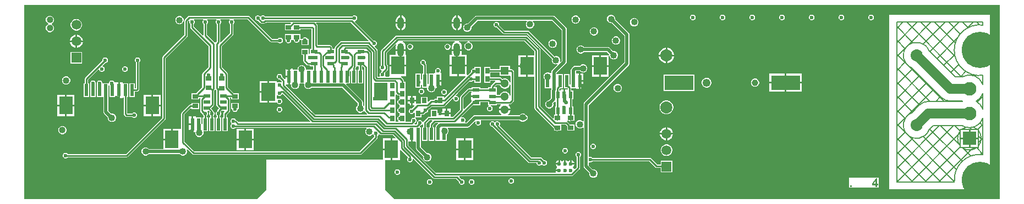
<source format=gbl>
G04*
G04 #@! TF.GenerationSoftware,Altium Limited,Altium Designer,22.9.1 (49)*
G04*
G04 Layer_Physical_Order=4*
G04 Layer_Color=16711680*
%FSLAX25Y25*%
%MOIN*%
G70*
G04*
G04 #@! TF.SameCoordinates,3F8A9F32-4B6F-401C-BF37-4CBD66F0855C*
G04*
G04*
G04 #@! TF.FilePolarity,Positive*
G04*
G01*
G75*
%ADD13C,0.01000*%
%ADD25R,0.03543X0.02756*%
%ADD27R,0.02756X0.03543*%
%ADD46R,0.04331X0.02362*%
%ADD56R,0.02362X0.04331*%
%ADD85R,0.05118X0.05118*%
%ADD86C,0.05118*%
G04:AMPARAMS|DCode=87|XSize=39.37mil|YSize=70.87mil|CornerRadius=19.68mil|HoleSize=0mil|Usage=FLASHONLY|Rotation=180.000|XOffset=0mil|YOffset=0mil|HoleType=Round|Shape=RoundedRectangle|*
%AMROUNDEDRECTD87*
21,1,0.03937,0.03150,0,0,180.0*
21,1,0.00000,0.07087,0,0,180.0*
1,1,0.03937,0.00000,0.01575*
1,1,0.03937,0.00000,0.01575*
1,1,0.03937,0.00000,-0.01575*
1,1,0.03937,0.00000,-0.01575*
%
%ADD87ROUNDEDRECTD87*%
G04:AMPARAMS|DCode=88|XSize=39.37mil|YSize=82.68mil|CornerRadius=19.68mil|HoleSize=0mil|Usage=FLASHONLY|Rotation=180.000|XOffset=0mil|YOffset=0mil|HoleType=Round|Shape=RoundedRectangle|*
%AMROUNDEDRECTD88*
21,1,0.03937,0.04331,0,0,180.0*
21,1,0.00000,0.08268,0,0,180.0*
1,1,0.03937,0.00000,0.02165*
1,1,0.03937,0.00000,0.02165*
1,1,0.03937,0.00000,-0.02165*
1,1,0.03937,0.00000,-0.02165*
%
%ADD88ROUNDEDRECTD88*%
%ADD89C,0.02559*%
%ADD93C,0.04921*%
%ADD94C,0.03937*%
%ADD99C,0.02362*%
%ADD101C,0.00800*%
%ADD102C,0.02000*%
%ADD103C,0.07323*%
%ADD104C,0.01575*%
%ADD105C,0.05906*%
%ADD106R,0.05906X0.05906*%
%ADD107C,0.15748*%
%ADD108R,0.08268X0.08268*%
%ADD109C,0.08268*%
%ADD110C,0.04000*%
%ADD111C,0.22047*%
%ADD112R,0.02362X0.07480*%
%ADD113R,0.08268X0.11024*%
%ADD114R,0.03150X0.03543*%
%ADD115R,0.17717X0.09055*%
%ADD116C,0.06000*%
G36*
X694000Y137500D02*
X627000D01*
X327000Y137500D01*
X321423Y143077D01*
Y161134D01*
X321870Y161362D01*
X324756D01*
Y167374D01*
X320122D01*
Y161700D01*
X249500D01*
Y161195D01*
X249475Y161134D01*
Y142974D01*
X244000Y137500D01*
X103000D01*
Y255500D01*
X694000D01*
Y137500D01*
D02*
G37*
%LPC*%
G36*
X616334Y249681D02*
X615666D01*
X615048Y249425D01*
X614575Y248952D01*
X614319Y248334D01*
Y247666D01*
X614575Y247048D01*
X615048Y246575D01*
X615666Y246319D01*
X616334D01*
X616952Y246575D01*
X617425Y247048D01*
X617681Y247666D01*
Y248334D01*
X617425Y248952D01*
X616952Y249425D01*
X616334Y249681D01*
D02*
G37*
G36*
X598334D02*
X597666D01*
X597048Y249425D01*
X596575Y248952D01*
X596319Y248334D01*
Y247666D01*
X596575Y247048D01*
X597048Y246575D01*
X597666Y246319D01*
X598334D01*
X598952Y246575D01*
X599425Y247048D01*
X599681Y247666D01*
Y248334D01*
X599425Y248952D01*
X598952Y249425D01*
X598334Y249681D01*
D02*
G37*
G36*
X580334D02*
X579666D01*
X579048Y249425D01*
X578575Y248952D01*
X578319Y248334D01*
Y247666D01*
X578575Y247048D01*
X579048Y246575D01*
X579666Y246319D01*
X580334D01*
X580952Y246575D01*
X581425Y247048D01*
X581681Y247666D01*
Y248334D01*
X581425Y248952D01*
X580952Y249425D01*
X580334Y249681D01*
D02*
G37*
G36*
X562334D02*
X561666D01*
X561048Y249425D01*
X560575Y248952D01*
X560319Y248334D01*
Y247666D01*
X560575Y247048D01*
X561048Y246575D01*
X561666Y246319D01*
X562334D01*
X562952Y246575D01*
X563425Y247048D01*
X563681Y247666D01*
Y248334D01*
X563425Y248952D01*
X562952Y249425D01*
X562334Y249681D01*
D02*
G37*
G36*
X544334D02*
X543666D01*
X543048Y249425D01*
X542575Y248952D01*
X542319Y248334D01*
Y247666D01*
X542575Y247048D01*
X543048Y246575D01*
X543666Y246319D01*
X544334D01*
X544952Y246575D01*
X545425Y247048D01*
X545681Y247666D01*
Y248334D01*
X545425Y248952D01*
X544952Y249425D01*
X544334Y249681D01*
D02*
G37*
G36*
X526334D02*
X525666D01*
X525048Y249425D01*
X524575Y248952D01*
X524319Y248334D01*
Y247666D01*
X524575Y247048D01*
X525048Y246575D01*
X525666Y246319D01*
X526334D01*
X526952Y246575D01*
X527425Y247048D01*
X527681Y247666D01*
Y248334D01*
X527425Y248952D01*
X526952Y249425D01*
X526334Y249681D01*
D02*
G37*
G36*
X508334D02*
X507666D01*
X507048Y249425D01*
X506575Y248952D01*
X506319Y248334D01*
Y247666D01*
X506575Y247048D01*
X507048Y246575D01*
X507666Y246319D01*
X508334D01*
X508952Y246575D01*
X509425Y247048D01*
X509681Y247666D01*
Y248334D01*
X509425Y248952D01*
X508952Y249425D01*
X508334Y249681D01*
D02*
G37*
G36*
X365508Y249090D02*
Y245087D01*
X368002D01*
Y246161D01*
X367900Y246936D01*
X367601Y247658D01*
X367125Y248279D01*
X366505Y248754D01*
X365783Y249054D01*
X365508Y249090D01*
D02*
G37*
G36*
X331492Y249090D02*
Y245087D01*
X333986D01*
Y246161D01*
X333884Y246936D01*
X333585Y247658D01*
X333109Y248279D01*
X332489Y248754D01*
X331767Y249054D01*
X331492Y249090D01*
D02*
G37*
G36*
X330492Y249090D02*
X330217Y249054D01*
X329495Y248754D01*
X328875Y248279D01*
X328399Y247658D01*
X328100Y246936D01*
X327998Y246161D01*
Y245087D01*
X330492D01*
Y249090D01*
D02*
G37*
G36*
X364508Y249090D02*
X364233Y249054D01*
X363511Y248754D01*
X362891Y248279D01*
X362415Y247658D01*
X362116Y246936D01*
X362014Y246161D01*
Y245087D01*
X364508D01*
Y249090D01*
D02*
G37*
G36*
X437420Y249166D02*
X436425D01*
X435506Y248785D01*
X434803Y248082D01*
X434423Y247163D01*
Y246169D01*
X434803Y245250D01*
X435506Y244547D01*
X436425Y244166D01*
X437420D01*
X438339Y244547D01*
X439042Y245250D01*
X439423Y246169D01*
Y247163D01*
X439042Y248082D01*
X438339Y248785D01*
X437420Y249166D01*
D02*
G37*
G36*
X197415Y248818D02*
X196421D01*
X195502Y248437D01*
X194799Y247734D01*
X194418Y246815D01*
Y245820D01*
X194799Y244902D01*
X195502Y244198D01*
X196421Y243818D01*
X197415D01*
X198334Y244198D01*
X199037Y244902D01*
X199418Y245820D01*
Y246815D01*
X199037Y247734D01*
X198334Y248437D01*
X197415Y248818D01*
D02*
G37*
G36*
X472920Y247607D02*
X471925D01*
X471006Y247226D01*
X470303Y246523D01*
X469923Y245604D01*
Y244610D01*
X470303Y243691D01*
X471006Y242988D01*
X471925Y242607D01*
X472920D01*
X473839Y242988D01*
X474542Y243691D01*
X474923Y244610D01*
Y245604D01*
X474542Y246523D01*
X473839Y247226D01*
X472920Y247607D01*
D02*
G37*
G36*
X368002Y244087D02*
X365508D01*
Y240084D01*
X365783Y240120D01*
X366505Y240419D01*
X367125Y240895D01*
X367601Y241515D01*
X367900Y242237D01*
X368002Y243012D01*
Y244087D01*
D02*
G37*
G36*
X330492D02*
X327998D01*
Y243012D01*
X328100Y242237D01*
X328399Y241515D01*
X328875Y240895D01*
X329495Y240419D01*
X330217Y240120D01*
X330492Y240084D01*
Y244087D01*
D02*
G37*
G36*
X333986D02*
X331492D01*
Y240084D01*
X331767Y240120D01*
X332489Y240419D01*
X333109Y240895D01*
X333585Y241515D01*
X333884Y242237D01*
X333986Y243012D01*
Y244087D01*
D02*
G37*
G36*
X364508D02*
X362014D01*
Y243012D01*
X362116Y242237D01*
X362415Y241515D01*
X362891Y240895D01*
X363511Y240419D01*
X364233Y240120D01*
X364508Y240084D01*
Y244087D01*
D02*
G37*
G36*
X134955Y246953D02*
X134045D01*
X133167Y246718D01*
X132380Y246263D01*
X131737Y245620D01*
X131282Y244833D01*
X131047Y243955D01*
Y243045D01*
X131282Y242167D01*
X131737Y241380D01*
X132380Y240737D01*
X133167Y240283D01*
X134045Y240047D01*
X134955D01*
X135833Y240283D01*
X136620Y240737D01*
X137263Y241380D01*
X137717Y242167D01*
X137953Y243045D01*
Y243955D01*
X137717Y244833D01*
X137263Y245620D01*
X136620Y246263D01*
X135833Y246718D01*
X134955Y246953D01*
D02*
G37*
G36*
X118997Y249000D02*
X118003D01*
X117084Y248619D01*
X116381Y247916D01*
X116000Y246997D01*
Y246003D01*
X116381Y245084D01*
X117084Y244381D01*
X117399Y244250D01*
Y243750D01*
X117084Y243619D01*
X116381Y242916D01*
X116000Y241997D01*
Y241003D01*
X116381Y240084D01*
X117084Y239381D01*
X118003Y239000D01*
X118997D01*
X119916Y239381D01*
X120619Y240084D01*
X121000Y241003D01*
Y241997D01*
X120619Y242916D01*
X119916Y243619D01*
X119601Y243750D01*
Y244250D01*
X119916Y244381D01*
X120619Y245084D01*
X121000Y246003D01*
Y246997D01*
X120619Y247916D01*
X119916Y248619D01*
X118997Y249000D01*
D02*
G37*
G36*
X448497Y242000D02*
X447503D01*
X446584Y241619D01*
X445881Y240916D01*
X445500Y239997D01*
Y239003D01*
X445881Y238084D01*
X446584Y237381D01*
X447503Y237000D01*
X448497D01*
X449416Y237381D01*
X450119Y238084D01*
X450500Y239003D01*
Y239997D01*
X450119Y240916D01*
X449416Y241619D01*
X448497Y242000D01*
D02*
G37*
G36*
X135020Y237453D02*
X135000D01*
Y234000D01*
X138453D01*
Y234020D01*
X138183Y235026D01*
X137663Y235927D01*
X136927Y236663D01*
X136026Y237183D01*
X135020Y237453D01*
D02*
G37*
G36*
X134000D02*
X133980D01*
X132974Y237183D01*
X132073Y236663D01*
X131337Y235927D01*
X130817Y235026D01*
X130547Y234020D01*
Y234000D01*
X134000D01*
Y237453D01*
D02*
G37*
G36*
X238500Y249020D02*
X203000D01*
X202610Y248942D01*
X202279Y248721D01*
X200279Y246721D01*
X200058Y246390D01*
X199980Y246000D01*
Y237422D01*
X186779Y224221D01*
X186558Y223890D01*
X186480Y223500D01*
Y186922D01*
X164578Y165020D01*
X129358D01*
X128952Y165425D01*
X128334Y165681D01*
X127666D01*
X127048Y165425D01*
X126575Y164952D01*
X126319Y164334D01*
Y163666D01*
X126575Y163048D01*
X127048Y162575D01*
X127666Y162319D01*
X128334D01*
X128952Y162575D01*
X129358Y162980D01*
X165000D01*
X165390Y163058D01*
X165721Y163279D01*
X188221Y185779D01*
X188442Y186110D01*
X188520Y186500D01*
Y223078D01*
X201721Y236279D01*
X201942Y236610D01*
X202020Y237000D01*
Y245578D01*
X202504Y246062D01*
X202928Y245779D01*
X202819Y245515D01*
Y244847D01*
X203075Y244229D01*
X203480Y243823D01*
Y242000D01*
X203558Y241610D01*
X203779Y241279D01*
X214480Y230578D01*
Y217838D01*
X211007Y214365D01*
X210786Y214034D01*
X210709Y213644D01*
Y205651D01*
X207051Y201993D01*
X206974Y201878D01*
X204228D01*
Y198122D01*
X208772D01*
Y199053D01*
X209249D01*
X209517Y198553D01*
X209471Y198486D01*
X209394Y198095D01*
Y191165D01*
X209471Y190774D01*
X209692Y190444D01*
X210945Y189191D01*
Y189166D01*
X211201Y188548D01*
X211543Y188205D01*
Y187240D01*
X210945D01*
Y183479D01*
X210445Y183343D01*
X210370Y183469D01*
Y187240D01*
X207008D01*
X206933Y187709D01*
Y187740D01*
X205252D01*
Y183000D01*
Y178260D01*
X206418D01*
Y177321D01*
X206799Y176402D01*
X207502Y175698D01*
X208421Y175318D01*
X209415D01*
X210334Y175698D01*
X211037Y176402D01*
X211418Y177321D01*
Y178315D01*
X211406Y178344D01*
X211684Y178760D01*
X214307D01*
Y187240D01*
X213646D01*
Y188142D01*
X214051Y188548D01*
X214307Y189166D01*
Y189834D01*
X214051Y190452D01*
X213925Y190579D01*
X214132Y191079D01*
X214802D01*
X215283Y190598D01*
Y190597D01*
X215138Y190452D01*
X214882Y189834D01*
Y189166D01*
X215138Y188548D01*
X215543Y188142D01*
Y187240D01*
X214882D01*
Y178760D01*
X218244D01*
Y187240D01*
X217583D01*
Y188142D01*
X217988Y188548D01*
X218244Y189166D01*
Y189834D01*
X217988Y190452D01*
X217515Y190925D01*
X217322Y191005D01*
Y191021D01*
X217244Y191411D01*
X217023Y191742D01*
X216244Y192521D01*
Y192963D01*
X217465Y194184D01*
X217686Y194515D01*
X217764Y194905D01*
Y203467D01*
X218221Y203925D01*
X218277Y204009D01*
X218470Y204066D01*
X218874Y204062D01*
X219236Y203700D01*
Y194905D01*
X219314Y194515D01*
X219535Y194184D01*
X220756Y192963D01*
Y192521D01*
X220040Y191804D01*
X219819Y191474D01*
X219741Y191084D01*
Y191005D01*
X219548Y190925D01*
X219075Y190452D01*
X218819Y189834D01*
Y189166D01*
X219075Y188548D01*
X219480Y188142D01*
Y187240D01*
X218819D01*
Y178760D01*
X222181D01*
Y187240D01*
X221520D01*
Y188142D01*
X221925Y188548D01*
X222181Y189166D01*
Y189834D01*
X221925Y190452D01*
X221780Y190597D01*
Y190661D01*
X222198Y191079D01*
X223913D01*
X224195Y190579D01*
X224122Y190457D01*
X224047Y190442D01*
X223716Y190221D01*
X223495Y189890D01*
X223417Y189500D01*
Y187240D01*
X222756D01*
Y178760D01*
X226118D01*
Y187240D01*
X225520D01*
Y188676D01*
X225580Y188716D01*
X227308Y190444D01*
X227529Y190774D01*
X227606Y191165D01*
Y198095D01*
X227529Y198486D01*
X227452Y198600D01*
X227714Y199100D01*
X228228D01*
Y198122D01*
X232772D01*
Y201878D01*
X230026D01*
X229949Y201993D01*
X226335Y205607D01*
Y213646D01*
X226257Y214036D01*
X226036Y214367D01*
X222520Y217883D01*
Y230578D01*
X229221Y237279D01*
X229442Y237610D01*
X229520Y238000D01*
Y243823D01*
X229925Y244229D01*
X230181Y244847D01*
Y245515D01*
X229925Y246133D01*
X229578Y246480D01*
X229756Y246980D01*
X238078D01*
X251779Y233279D01*
X252110Y233058D01*
X252500Y232980D01*
X256642D01*
X257048Y232575D01*
X257666Y232319D01*
X258334D01*
X258952Y232575D01*
X259425Y233048D01*
X259681Y233666D01*
Y234334D01*
X259425Y234952D01*
X258952Y235425D01*
X258334Y235681D01*
X257666D01*
X257048Y235425D01*
X256642Y235020D01*
X252922D01*
X239221Y248721D01*
X238890Y248942D01*
X238500Y249020D01*
D02*
G37*
G36*
X461880Y236383D02*
X460885D01*
X459967Y236002D01*
X459263Y235299D01*
X458883Y234380D01*
Y233385D01*
X459263Y232467D01*
X459967Y231763D01*
X460885Y231383D01*
X461880D01*
X462799Y231763D01*
X463502Y232467D01*
X463883Y233385D01*
Y234380D01*
X463502Y235299D01*
X462799Y236002D01*
X461880Y236383D01*
D02*
G37*
G36*
X265728Y237925D02*
X265272D01*
X265228Y237925D01*
X260728D01*
Y234169D01*
X261319D01*
Y233666D01*
X261575Y233048D01*
X262048Y232575D01*
X262666Y232319D01*
X263334D01*
X263952Y232575D01*
X264425Y233048D01*
X264681Y233666D01*
Y234169D01*
X265228D01*
X265272Y234169D01*
X265728D01*
X265772Y234169D01*
X266319D01*
Y233847D01*
X266575Y233229D01*
X267048Y232756D01*
X267666Y232500D01*
X268334D01*
X268952Y232756D01*
X269425Y233229D01*
X269681Y233847D01*
Y234169D01*
X270228D01*
X270272Y234169D01*
X270728Y234065D01*
Y231075D01*
X275272D01*
Y234831D01*
X274551D01*
X274425Y235133D01*
X273952Y235606D01*
X273334Y235862D01*
X272666D01*
X272048Y235606D01*
X271575Y235133D01*
X271449Y234831D01*
X270772D01*
X270728Y234831D01*
X270272Y234935D01*
Y237925D01*
X265772D01*
X265728Y237925D01*
D02*
G37*
G36*
X138453Y233000D02*
X135000D01*
Y229547D01*
X135020D01*
X136026Y229817D01*
X136927Y230337D01*
X137663Y231073D01*
X138183Y231974D01*
X138453Y232980D01*
Y233000D01*
D02*
G37*
G36*
X134000D02*
X130547D01*
Y232980D01*
X130817Y231974D01*
X131337Y231073D01*
X132073Y230337D01*
X132974Y229817D01*
X133980Y229547D01*
X134000D01*
Y233000D01*
D02*
G37*
G36*
X423497Y234500D02*
X422503D01*
X421584Y234119D01*
X420881Y233416D01*
X420500Y232497D01*
Y231503D01*
X420881Y230584D01*
X421584Y229881D01*
X422503Y229500D01*
X423497D01*
X424416Y229881D01*
X425119Y230584D01*
X425500Y231503D01*
Y232497D01*
X425119Y233416D01*
X424416Y234119D01*
X423497Y234500D01*
D02*
G37*
G36*
X359732Y231878D02*
X359024D01*
X358370Y231607D01*
X357869Y231106D01*
X357598Y230452D01*
Y229745D01*
X357869Y229090D01*
X358370Y228590D01*
X359024Y228319D01*
X359732D01*
X360386Y228590D01*
X360887Y229090D01*
X361157Y229745D01*
Y230452D01*
X360887Y231106D01*
X360386Y231607D01*
X359732Y231878D01*
D02*
G37*
G36*
X336976D02*
X336268D01*
X335614Y231607D01*
X335113Y231106D01*
X334842Y230452D01*
Y229745D01*
X335113Y229090D01*
X335614Y228590D01*
X336268Y228319D01*
X336976D01*
X337630Y228590D01*
X338131Y229090D01*
X338402Y229745D01*
Y230452D01*
X338131Y231106D01*
X337630Y231607D01*
X336976Y231878D01*
D02*
G37*
G36*
X492539Y229484D02*
X492425D01*
Y225323D01*
X496587D01*
Y225436D01*
X496269Y226622D01*
X495655Y227685D01*
X494787Y228553D01*
X493724Y229167D01*
X492539Y229484D01*
D02*
G37*
G36*
X491425D02*
X491312D01*
X490126Y229167D01*
X489063Y228553D01*
X488195Y227685D01*
X487581Y226622D01*
X487264Y225436D01*
Y225323D01*
X491425D01*
Y229484D01*
D02*
G37*
G36*
X440497Y231000D02*
X439503D01*
X438584Y230619D01*
X437881Y229916D01*
X437500Y228997D01*
Y228003D01*
X437881Y227084D01*
X438584Y226381D01*
X439503Y226000D01*
X440497D01*
X441416Y226381D01*
X442006Y226971D01*
X455866D01*
X457307Y225530D01*
X457112Y225018D01*
X457012Y225012D01*
X457000Y225012D01*
X452378D01*
Y219000D01*
X457012D01*
Y224474D01*
X457500Y224503D01*
X457881Y223584D01*
X458584Y222881D01*
X459503Y222500D01*
X460497D01*
X461416Y222881D01*
X462119Y223584D01*
X462500Y224503D01*
Y225497D01*
X462119Y226416D01*
X461416Y227119D01*
X460497Y227500D01*
X459663D01*
X457581Y229581D01*
X457085Y229913D01*
X456500Y230029D01*
X442006D01*
X441416Y230619D01*
X440497Y231000D01*
D02*
G37*
G36*
X496587Y224323D02*
X492425D01*
Y220161D01*
X492539D01*
X493724Y220479D01*
X494787Y221093D01*
X495655Y221961D01*
X496269Y223024D01*
X496587Y224209D01*
Y224323D01*
D02*
G37*
G36*
X491425D02*
X487264D01*
Y224209D01*
X487581Y223024D01*
X488195Y221961D01*
X489063Y221093D01*
X490126Y220479D01*
X491312Y220161D01*
X491425D01*
Y224323D01*
D02*
G37*
G36*
X137953Y226953D02*
X131047D01*
Y220047D01*
X137953D01*
Y226953D01*
D02*
G37*
G36*
X368002Y227630D02*
X365008D01*
X362014D01*
Y225965D01*
X362056Y225640D01*
X361727Y225264D01*
X360705D01*
Y219252D01*
X370972D01*
Y225264D01*
X368289D01*
X367959Y225640D01*
X368002Y225965D01*
Y227630D01*
D02*
G37*
G36*
X333986D02*
X330992D01*
X327998D01*
Y225965D01*
X328041Y225640D01*
X327711Y225264D01*
X324091D01*
Y219252D01*
X329224D01*
X334358D01*
Y225264D01*
X334273D01*
X333944Y225640D01*
X333986Y225965D01*
Y227630D01*
D02*
G37*
G36*
X451378Y225012D02*
X446744D01*
Y219000D01*
X451378D01*
Y225012D01*
D02*
G37*
G36*
X406890D02*
X402256D01*
Y219000D01*
X406890D01*
Y225012D01*
D02*
G37*
G36*
X164334Y218181D02*
X163666D01*
X163048Y217925D01*
X162575Y217452D01*
X162319Y216834D01*
Y216166D01*
X162575Y215548D01*
X163048Y215075D01*
X163666Y214819D01*
X164334D01*
X164952Y215075D01*
X165425Y215548D01*
X165681Y216166D01*
Y216834D01*
X165425Y217452D01*
X164952Y217925D01*
X164334Y218181D01*
D02*
G37*
G36*
X152334Y223681D02*
X151666D01*
X151048Y223425D01*
X150575Y222952D01*
X150319Y222334D01*
Y221761D01*
X139779Y211221D01*
X139558Y210890D01*
X139480Y210500D01*
Y207992D01*
X138858D01*
Y199512D01*
X142220D01*
Y207992D01*
X141520D01*
Y210078D01*
X147819Y216377D01*
X148319Y216170D01*
Y216166D01*
X148575Y215548D01*
X149048Y215075D01*
X149666Y214819D01*
X150334D01*
X150952Y215075D01*
X151425Y215548D01*
X151681Y216166D01*
Y216834D01*
X151425Y217452D01*
X150952Y217925D01*
X150334Y218181D01*
X150330D01*
X150123Y218681D01*
X151761Y220319D01*
X152334D01*
X152952Y220575D01*
X153425Y221048D01*
X153681Y221666D01*
Y222334D01*
X153425Y222952D01*
X152952Y223425D01*
X152334Y223681D01*
D02*
G37*
G36*
X244750Y249224D02*
X244081D01*
X243463Y248969D01*
X242990Y248496D01*
X242734Y247878D01*
Y247209D01*
X242990Y246591D01*
X243463Y246118D01*
X244081Y245862D01*
X244611D01*
X245833Y244640D01*
X246164Y244419D01*
X246554Y244342D01*
X248361D01*
X248751Y244419D01*
X249082Y244640D01*
X249422Y244980D01*
X264326D01*
X264517Y244518D01*
X263830Y243831D01*
X260728D01*
Y240075D01*
X265228D01*
X265272Y240075D01*
Y240075D01*
X265728D01*
Y240075D01*
X270272D01*
Y240933D01*
X276980D01*
Y228921D01*
X275913D01*
X275913Y225636D01*
X275840Y225576D01*
X275772Y225565D01*
X275272Y225996D01*
Y228925D01*
X270728D01*
Y225169D01*
X271980D01*
Y221500D01*
X272058Y221110D01*
X272279Y220779D01*
X274019Y219039D01*
X274350Y218818D01*
X274740Y218740D01*
X275913D01*
Y218079D01*
X277980D01*
Y216240D01*
X277319D01*
Y209444D01*
X276819Y209177D01*
X276744Y209227D01*
Y216240D01*
X273500D01*
Y216997D01*
X273119Y217916D01*
X272416Y218619D01*
X271497Y219000D01*
X270503D01*
X269584Y218619D01*
X268881Y217916D01*
X268500Y216997D01*
Y216240D01*
X265508D01*
X265433Y216709D01*
Y216740D01*
X263752D01*
Y212000D01*
Y207260D01*
X264500D01*
Y206503D01*
X264881Y205584D01*
X265584Y204881D01*
X266503Y204500D01*
X267497D01*
X268416Y204881D01*
X269119Y205584D01*
X269500Y206503D01*
Y207283D01*
X269500Y207497D01*
X269932Y207760D01*
X272324D01*
X272500Y207497D01*
Y206503D01*
X272881Y205584D01*
X273584Y204881D01*
X274503Y204500D01*
X275497D01*
X276416Y204881D01*
X276766Y205230D01*
X295607D01*
X305010Y195827D01*
Y194546D01*
X304381Y193916D01*
X304000Y192997D01*
Y192003D01*
X304381Y191084D01*
X305084Y190381D01*
X306003Y190000D01*
X306997D01*
X307916Y190381D01*
X308544Y191009D01*
X308545Y191009D01*
X308946Y191017D01*
X309118Y190981D01*
X309201Y190857D01*
X310676Y189382D01*
X310559Y188978D01*
X310489Y188882D01*
X279181D01*
X261303Y206760D01*
X261510Y207260D01*
X262752D01*
Y211500D01*
X261071D01*
Y210578D01*
X260571Y210371D01*
X259181Y211761D01*
Y212334D01*
X258925Y212952D01*
X258452Y213425D01*
X257834Y213681D01*
X257166D01*
X256548Y213425D01*
X256075Y212952D01*
X255819Y212334D01*
Y211666D01*
X256075Y211048D01*
X256548Y210575D01*
X257166Y210319D01*
X257739D01*
X258980Y209078D01*
Y208604D01*
X258480Y208397D01*
X258452Y208425D01*
X257834Y208681D01*
X257166D01*
X256548Y208425D01*
X256484Y208362D01*
X255984Y208569D01*
Y209260D01*
X251350D01*
Y208260D01*
X254984D01*
Y197236D01*
X251350D01*
Y196236D01*
X255984D01*
X255984Y196236D01*
Y196236D01*
X256038Y196124D01*
X256075Y196048D01*
X256269Y195854D01*
X256269Y195854D01*
X256282Y195840D01*
X256548Y195575D01*
X257166Y195319D01*
X257834D01*
X258452Y195575D01*
X258925Y196048D01*
X259181Y196666D01*
Y197334D01*
X258925Y197952D01*
X258452Y198425D01*
X257834Y198681D01*
X257166D01*
X256548Y198425D01*
X256484Y198362D01*
X255984Y198569D01*
Y200431D01*
X256484Y200638D01*
X256548Y200575D01*
X257166Y200319D01*
X257834D01*
X258452Y200575D01*
X258925Y201048D01*
X259000Y201229D01*
X259590Y201347D01*
X276093Y184844D01*
X275902Y184382D01*
X232560D01*
X231482Y185460D01*
X231151Y185681D01*
X231027Y185706D01*
X230925Y185952D01*
X230452Y186425D01*
X229834Y186681D01*
X229166D01*
X228548Y186425D01*
X228075Y185952D01*
X227819Y185334D01*
Y184666D01*
X228075Y184048D01*
X228368Y183754D01*
X228492Y183431D01*
X228368Y183108D01*
X228075Y182815D01*
X227819Y182197D01*
Y181528D01*
X228075Y180910D01*
X228548Y180437D01*
X229166Y180181D01*
X229834D01*
X230452Y180437D01*
X230858Y180843D01*
X310097D01*
X310304Y180343D01*
X309878Y179916D01*
X309497Y178997D01*
Y178003D01*
X309878Y177084D01*
X310581Y176381D01*
X311500Y176000D01*
X312495D01*
X313413Y176381D01*
X313884Y176851D01*
X314473Y176736D01*
X314594Y176444D01*
X314999Y176039D01*
Y175441D01*
X306078Y166520D01*
X205922D01*
X200020Y172422D01*
Y189078D01*
X203728Y192786D01*
X204228Y192579D01*
Y192217D01*
X208772D01*
Y195972D01*
X204228D01*
Y195114D01*
X203594D01*
X203204Y195036D01*
X202873Y194816D01*
X198279Y190221D01*
X198058Y189890D01*
X197980Y189500D01*
Y180269D01*
X197484Y180260D01*
X197480Y180260D01*
X192850D01*
Y173748D01*
X192350D01*
Y173248D01*
X187216D01*
Y168029D01*
X178506D01*
X177916Y168619D01*
X176997Y169000D01*
X176003D01*
X175084Y168619D01*
X174381Y167916D01*
X174000Y166997D01*
Y166003D01*
X174381Y165084D01*
X175084Y164381D01*
X176003Y164000D01*
X176997D01*
X177916Y164381D01*
X178506Y164971D01*
X196994D01*
X197584Y164381D01*
X198503Y164000D01*
X199497D01*
X200416Y164381D01*
X201119Y165084D01*
X201500Y166003D01*
Y166997D01*
X201250Y167601D01*
X201674Y167884D01*
X204779Y164779D01*
X205110Y164558D01*
X205500Y164480D01*
X306500D01*
X306890Y164558D01*
X307221Y164779D01*
X316740Y174298D01*
X316961Y174629D01*
X317039Y175019D01*
Y176039D01*
X317444Y176444D01*
X317580Y176771D01*
X318162Y176896D01*
X318279Y176779D01*
X318610Y176558D01*
X319000Y176480D01*
X326268D01*
X327900Y174848D01*
X327709Y174386D01*
X325756D01*
Y167874D01*
Y161362D01*
X330390D01*
Y167484D01*
X330453Y167532D01*
X330890Y167668D01*
X335282Y163276D01*
Y162660D01*
X335075Y162452D01*
X334819Y161834D01*
Y161166D01*
X335075Y160548D01*
X335548Y160075D01*
X336166Y159819D01*
X336834D01*
X337452Y160075D01*
X337925Y160548D01*
X338181Y161166D01*
Y161791D01*
X338295Y161887D01*
X338635Y162044D01*
X350400Y150279D01*
X350731Y150058D01*
X351121Y149980D01*
X364578D01*
X366319Y148239D01*
Y147666D01*
X366575Y147048D01*
X367048Y146575D01*
X367666Y146319D01*
X368334D01*
X368952Y146575D01*
X369425Y147048D01*
X369681Y147666D01*
Y148334D01*
X369425Y148952D01*
X368952Y149425D01*
X368334Y149681D01*
X367761D01*
X366424Y151019D01*
X366615Y151480D01*
X434596D01*
X434986Y151558D01*
X435317Y151779D01*
X439221Y155683D01*
X439442Y156014D01*
X439520Y156404D01*
Y163142D01*
X439925Y163548D01*
X440181Y164166D01*
Y164834D01*
X439925Y165452D01*
X439452Y165925D01*
X438834Y166181D01*
X438166D01*
X437548Y165925D01*
X437075Y165452D01*
X436819Y164834D01*
Y164166D01*
X437075Y163548D01*
X437480Y163142D01*
Y156826D01*
X436512Y155858D01*
X436022Y155955D01*
X435892Y156267D01*
X435486Y156673D01*
X435334Y157000D01*
X435486Y157327D01*
X435892Y157733D01*
X436197Y158468D01*
X434043D01*
Y158968D01*
X433543D01*
Y161122D01*
X432808Y160818D01*
X432272Y160281D01*
X431736Y160818D01*
X431000Y161122D01*
Y158968D01*
X430000D01*
Y161122D01*
X429264Y160818D01*
X428728Y160281D01*
X428192Y160818D01*
X427457Y161122D01*
Y158968D01*
X426957D01*
Y158468D01*
X424803D01*
X425108Y157733D01*
X425514Y157327D01*
X425666Y157000D01*
X425514Y156673D01*
X425108Y156267D01*
X424803Y155532D01*
X426957D01*
Y154532D01*
X424803D01*
X425015Y154020D01*
X424731Y153520D01*
X352165D01*
X335520Y170165D01*
Y172386D01*
X337158D01*
Y177126D01*
X338158D01*
Y172386D01*
X339839D01*
X340065Y171980D01*
Y168663D01*
X340181Y168078D01*
X340513Y167581D01*
X344529Y163566D01*
X344500Y163497D01*
Y162503D01*
X344881Y161584D01*
X345584Y160881D01*
X346503Y160500D01*
X347497D01*
X348416Y160881D01*
X349119Y161584D01*
X349500Y162503D01*
Y163497D01*
X349119Y164416D01*
X348416Y165119D01*
X347497Y165500D01*
X346920D01*
X343124Y169296D01*
Y172886D01*
X343276D01*
Y181366D01*
X342606D01*
X342408Y181823D01*
X342663Y182138D01*
X342834D01*
X343452Y182394D01*
X343925Y182867D01*
X344012Y183076D01*
X344512Y182977D01*
Y181366D01*
X343850D01*
Y172886D01*
X347213D01*
Y181366D01*
X346551D01*
Y183609D01*
X348422Y185480D01*
X349885D01*
X350077Y185019D01*
X348779Y183721D01*
X348558Y183390D01*
X348480Y183000D01*
Y181366D01*
X347787D01*
Y172886D01*
X351150D01*
Y181366D01*
X350520D01*
Y182578D01*
X351922Y183980D01*
X353388D01*
X353462Y183878D01*
X353576Y183480D01*
X352505Y182410D01*
X352174Y181914D01*
X352065Y181366D01*
X351724D01*
Y172886D01*
X355087D01*
Y176661D01*
X355587Y176938D01*
X355636Y176907D01*
X355661Y176852D01*
Y172886D01*
X359024D01*
Y176988D01*
X359619Y177584D01*
X360000Y178503D01*
Y179497D01*
X359619Y180416D01*
X359527Y180509D01*
X359718Y180971D01*
X371500D01*
X372085Y181087D01*
X372581Y181419D01*
X375976Y184813D01*
X376400Y184530D01*
X376319Y184334D01*
Y183666D01*
X376575Y183048D01*
X377048Y182575D01*
X377666Y182319D01*
X378334D01*
X378952Y182575D01*
X379425Y183048D01*
X379681Y183666D01*
Y184334D01*
X379425Y184952D01*
X379407Y184971D01*
X379614Y185471D01*
X403029D01*
X403500Y185000D01*
X404419Y184619D01*
X405413D01*
X406332Y185000D01*
X406878Y185546D01*
X407085Y185587D01*
X407581Y185919D01*
X407913Y186415D01*
X408029Y187000D01*
X407913Y187585D01*
X407581Y188081D01*
X407087Y188412D01*
X407035Y188535D01*
X406332Y189239D01*
X405413Y189619D01*
X404419D01*
X403500Y189239D01*
X402797Y188535D01*
X402794Y188529D01*
X396107D01*
X395973Y189029D01*
X396185Y189152D01*
X396848Y189815D01*
X397317Y190626D01*
X397551Y191500D01*
X394000D01*
X390449D01*
X390684Y190626D01*
X391152Y189815D01*
X391815Y189152D01*
X392027Y189029D01*
X391893Y188529D01*
X376000D01*
X375415Y188413D01*
X374919Y188081D01*
X370866Y184029D01*
X370114D01*
X369907Y184529D01*
X369925Y184548D01*
X370181Y185166D01*
Y185834D01*
X369925Y186452D01*
X369452Y186925D01*
X368834Y187181D01*
X368166D01*
X367804Y187031D01*
X367521Y187455D01*
X374645Y194579D01*
X379244D01*
Y196445D01*
X383756D01*
Y194579D01*
X384319D01*
X384419Y194079D01*
X384048Y193925D01*
X383575Y193452D01*
X383319Y192834D01*
Y192166D01*
X383575Y191548D01*
X384048Y191075D01*
X384666Y190819D01*
X385334D01*
X385952Y191075D01*
X386425Y191548D01*
X386681Y192166D01*
Y192834D01*
X386425Y193452D01*
X385952Y193925D01*
X385581Y194079D01*
X385681Y194579D01*
X389087D01*
Y195240D01*
X391555D01*
X391707Y194740D01*
X391152Y194185D01*
X390684Y193374D01*
X390449Y192500D01*
X394000D01*
X397551D01*
X397317Y193374D01*
X396848Y194185D01*
X396293Y194740D01*
X396445Y195240D01*
X397260D01*
X397650Y195318D01*
X397981Y195539D01*
X399221Y196779D01*
X399442Y197110D01*
X399520Y197500D01*
Y215036D01*
X399442Y215426D01*
X399221Y215757D01*
X398635Y216343D01*
X398304Y216564D01*
X397914Y216642D01*
X397059D01*
Y218681D01*
X390941D01*
Y216642D01*
X385331D01*
Y217772D01*
X381575D01*
Y213228D01*
X381575D01*
Y212772D01*
X381575D01*
Y208228D01*
X385331D01*
Y209480D01*
X388254D01*
X388303Y208980D01*
X388110Y208942D01*
X387779Y208721D01*
X385700Y206642D01*
X385479Y206311D01*
X385402Y205921D01*
Y205421D01*
X383756D01*
Y204760D01*
X379244D01*
Y205421D01*
X373913D01*
Y204760D01*
X372240D01*
X371850Y204682D01*
X371519Y204461D01*
X367279Y200221D01*
X367058Y199890D01*
X366980Y199500D01*
Y191922D01*
X362578Y187520D01*
X361315D01*
Y189126D01*
X358740D01*
Y189626D01*
X358240D01*
Y192398D01*
X356165D01*
Y190520D01*
X354819D01*
X354429Y190442D01*
X354098Y190221D01*
X353877Y189890D01*
X353835Y189678D01*
X353335Y189727D01*
Y191898D01*
X349185D01*
Y187520D01*
X348000D01*
X347610Y187442D01*
X347279Y187221D01*
X344811Y184752D01*
X344603Y184442D01*
X344486Y184418D01*
X344076Y184406D01*
X343925Y184771D01*
X343452Y185244D01*
X342834Y185500D01*
X342166D01*
X341548Y185244D01*
X341075Y184771D01*
X340819Y184153D01*
Y183484D01*
X340841Y183431D01*
X340517Y183020D01*
X339545D01*
X339180Y183520D01*
X339217Y183634D01*
X339835Y183890D01*
X340307Y184363D01*
X340563Y184981D01*
Y185650D01*
X340307Y186268D01*
X339835Y186741D01*
X339713Y186791D01*
X339812Y187291D01*
X343575D01*
Y188838D01*
X344358D01*
X344748Y188916D01*
X345079Y189137D01*
X345761Y189819D01*
X346334D01*
X346952Y190075D01*
X347425Y190548D01*
X347681Y191166D01*
Y191739D01*
X348147Y192205D01*
X348241Y192223D01*
X348571Y192444D01*
X349607Y193480D01*
X356761D01*
X357151Y193558D01*
X357482Y193779D01*
X362319Y198616D01*
X362819Y198409D01*
Y198166D01*
X363075Y197548D01*
X363548Y197075D01*
X364166Y196819D01*
X364834D01*
X365452Y197075D01*
X365925Y197548D01*
X366181Y198166D01*
Y198834D01*
X365925Y199452D01*
X365452Y199925D01*
X364834Y200181D01*
X364591D01*
X364384Y200681D01*
X365396Y201693D01*
X365617Y202024D01*
X365624Y202061D01*
X372654Y209090D01*
X372669Y209075D01*
X373287Y208819D01*
X373956D01*
X374574Y209075D01*
X374979Y209480D01*
X375669D01*
Y208228D01*
X379425D01*
Y212772D01*
X379425D01*
Y213228D01*
X379425D01*
Y217772D01*
X375669D01*
Y216989D01*
X375589Y216936D01*
X374921D01*
X374303Y216680D01*
X373830Y216207D01*
X373574Y215589D01*
Y215016D01*
X371434Y212876D01*
X370972Y213068D01*
Y218252D01*
X366339D01*
Y212240D01*
X370145D01*
X370336Y211778D01*
X357575Y199017D01*
X357075Y199224D01*
Y199772D01*
X352925D01*
Y198742D01*
X352834Y198681D01*
X352166D01*
X351548Y198425D01*
X351142Y198020D01*
X349564D01*
X349174Y197942D01*
X348843Y197721D01*
X347777Y196655D01*
X347315Y196846D01*
Y199709D01*
X343165D01*
Y195685D01*
X341165D01*
X340835Y195619D01*
X340706Y195656D01*
X340335Y195914D01*
Y196937D01*
X338260D01*
Y194665D01*
X339070D01*
X339262Y194203D01*
X337739Y192681D01*
X337166D01*
X336548Y192425D01*
X336075Y191952D01*
X335819Y191334D01*
Y190666D01*
X336075Y190048D01*
X336548Y189575D01*
X337166Y189319D01*
X337834D01*
X338452Y189575D01*
X338925Y190048D01*
X338925Y190048D01*
X339425Y189948D01*
Y187452D01*
X339311Y187202D01*
X339047Y186997D01*
X338548D01*
X337930Y186741D01*
X337457Y186268D01*
X337201Y185650D01*
Y184981D01*
X337221Y184933D01*
X336896Y184520D01*
X333831D01*
Y188728D01*
X333831Y188772D01*
Y189228D01*
X333831Y189272D01*
Y193728D01*
X333831Y193772D01*
Y194228D01*
X333831Y194272D01*
Y198728D01*
X333831Y198772D01*
X333831Y199228D01*
X333831Y199272D01*
Y203748D01*
X333831Y203772D01*
X333831D01*
X333784Y204228D01*
X333784D01*
Y208772D01*
X332925D01*
Y209622D01*
X332847Y210013D01*
X332627Y210343D01*
X331249Y211721D01*
X331220Y211740D01*
X331372Y212240D01*
X334358D01*
Y218252D01*
X329224D01*
X324091D01*
Y212520D01*
X324091Y212240D01*
X323682Y212020D01*
X321869D01*
X321546Y212520D01*
X321681Y212847D01*
Y213515D01*
X321425Y214133D01*
X321624Y214598D01*
X322902Y215876D01*
X323123Y216206D01*
X323201Y216597D01*
Y218403D01*
X323123Y218794D01*
X322902Y219124D01*
X322520Y219507D01*
Y226456D01*
X327860Y231796D01*
X328284Y231513D01*
X328100Y231070D01*
X327998Y230295D01*
Y228630D01*
X330992D01*
X333986D01*
Y230295D01*
X333884Y231070D01*
X333585Y231792D01*
X333109Y232412D01*
X332489Y232888D01*
X332267Y232980D01*
X332366Y233480D01*
X363634D01*
X363733Y232980D01*
X363511Y232888D01*
X362891Y232412D01*
X362415Y231792D01*
X362116Y231070D01*
X362014Y230295D01*
Y228630D01*
X365008D01*
X368002D01*
Y230295D01*
X367900Y231070D01*
X367601Y231792D01*
X367125Y232412D01*
X366505Y232888D01*
X366283Y232980D01*
X366382Y233480D01*
X371455D01*
X371503Y233000D01*
X370584Y232619D01*
X369881Y231916D01*
X369500Y230997D01*
Y230003D01*
X369881Y229084D01*
X370584Y228381D01*
X371503Y228000D01*
X372497D01*
X373416Y228381D01*
X374119Y229084D01*
X374500Y230003D01*
Y230997D01*
X374119Y231916D01*
X373416Y232619D01*
X372497Y233000D01*
X372545Y233480D01*
X405956D01*
X411980Y227456D01*
Y225012D01*
X407890D01*
Y218500D01*
Y211988D01*
X411980D01*
Y192757D01*
X412058Y192367D01*
X412279Y192036D01*
X423728Y180587D01*
Y179169D01*
X425224D01*
X425320Y179105D01*
X425710Y179028D01*
X426000D01*
X426390Y179105D01*
X426486Y179169D01*
X428272D01*
Y182773D01*
X430832D01*
X431716Y181889D01*
X431728Y181827D01*
Y179169D01*
X436272D01*
Y182925D01*
X433526D01*
X433449Y183040D01*
X431975Y184514D01*
X431884Y184575D01*
X432036Y185075D01*
X433014D01*
X433110Y185011D01*
X433500Y184933D01*
X433890Y185011D01*
X433986Y185075D01*
X436272D01*
Y188831D01*
X435421D01*
Y193744D01*
X434760D01*
Y198256D01*
X435421D01*
Y203587D01*
X434260D01*
Y205008D01*
X437220Y205008D01*
X437295Y204539D01*
Y204508D01*
X438976D01*
Y209248D01*
Y213988D01*
X437569D01*
X437295Y213988D01*
X437069Y214394D01*
Y215195D01*
X437345Y215471D01*
X439494D01*
X440084Y214881D01*
X441003Y214500D01*
X441997D01*
X442916Y214881D01*
X443619Y215584D01*
X444000Y216503D01*
Y217497D01*
X443619Y218416D01*
X442916Y219119D01*
X441997Y219500D01*
X441003D01*
X440084Y219119D01*
X439494Y218529D01*
X436711D01*
X436126Y218413D01*
X435630Y218081D01*
X434458Y216910D01*
X434126Y216414D01*
X434010Y215828D01*
Y213488D01*
X433858D01*
Y207257D01*
X433358Y206990D01*
X433284Y207040D01*
Y213488D01*
X429921D01*
Y205008D01*
X432050D01*
X432221Y204837D01*
Y204570D01*
X432181Y204087D01*
X430500D01*
Y200921D01*
X429500D01*
Y204087D01*
X427819D01*
Y203587D01*
X426779D01*
Y204338D01*
X427450Y205008D01*
X429347D01*
Y213488D01*
X425984D01*
Y208665D01*
X425965Y208567D01*
Y206816D01*
X425910Y206779D01*
X425410Y207046D01*
Y213488D01*
X425258D01*
Y214095D01*
X431081Y219919D01*
X431413Y220415D01*
X431529Y221000D01*
Y240828D01*
X431413Y241414D01*
X431081Y241910D01*
X424410Y248581D01*
X423914Y248913D01*
X423328Y249029D01*
X377050D01*
X376465Y248913D01*
X375969Y248581D01*
X371612Y244225D01*
X370778D01*
X369859Y243844D01*
X369156Y243141D01*
X368775Y242222D01*
Y241228D01*
X369156Y240309D01*
X369859Y239605D01*
X370778Y239225D01*
X371772D01*
X372691Y239605D01*
X373394Y240309D01*
X373775Y241228D01*
Y242062D01*
X377684Y245971D01*
X407228D01*
X407435Y245471D01*
X407123Y245159D01*
X406743Y244240D01*
Y243245D01*
X407123Y242326D01*
X407827Y241623D01*
X408745Y241243D01*
X409740D01*
X410659Y241623D01*
X411362Y242326D01*
X411743Y243245D01*
Y244240D01*
X411362Y245159D01*
X411050Y245471D01*
X411257Y245971D01*
X422695D01*
X428471Y240195D01*
Y221634D01*
X427830Y220993D01*
X427406Y221276D01*
X427500Y221503D01*
Y222497D01*
X427119Y223416D01*
X426416Y224119D01*
X425497Y224500D01*
X424503D01*
X424106Y224336D01*
X408721Y239721D01*
X408390Y239942D01*
X408000Y240020D01*
X393922D01*
X390681Y243261D01*
Y243834D01*
X390425Y244452D01*
X389952Y244925D01*
X389334Y245181D01*
X388666D01*
X388048Y244925D01*
X387575Y244452D01*
X387319Y243834D01*
Y243166D01*
X387575Y242548D01*
X388048Y242075D01*
X388666Y241819D01*
X389239D01*
X392779Y238279D01*
X393110Y238058D01*
X393500Y237980D01*
X407578D01*
X422664Y222894D01*
X422500Y222497D01*
Y221503D01*
X422881Y220584D01*
X423584Y219881D01*
X424503Y219500D01*
X425497D01*
X425724Y219594D01*
X426007Y219170D01*
X422647Y215810D01*
X422315Y215314D01*
X422199Y214728D01*
Y214091D01*
X421699Y213884D01*
X421463Y214119D01*
X420544Y214500D01*
X419550D01*
X418631Y214119D01*
X417928Y213416D01*
X417547Y212497D01*
Y211503D01*
X417928Y210584D01*
X418110Y210402D01*
Y205008D01*
X421473D01*
Y209508D01*
X421547Y209558D01*
X422047Y209291D01*
Y205008D01*
X422199D01*
Y204343D01*
X422166Y204293D01*
X422049Y203708D01*
Y198923D01*
X420796Y197669D01*
X420503D01*
X419584Y197289D01*
X418881Y196585D01*
X418500Y195667D01*
Y194672D01*
X418881Y193753D01*
X419584Y193050D01*
X420503Y192669D01*
X421497D01*
X422416Y193050D01*
X423119Y193753D01*
X423500Y194672D01*
Y195667D01*
X423388Y195936D01*
X424240Y196788D01*
X424740Y196581D01*
Y193744D01*
X424579D01*
Y188831D01*
X423728D01*
Y186756D01*
X423266Y186565D01*
X415520Y194311D01*
Y228500D01*
X415442Y228890D01*
X415221Y229221D01*
X407721Y236721D01*
X407390Y236942D01*
X407000Y237020D01*
X328500D01*
X328110Y236942D01*
X327779Y236721D01*
X319279Y228221D01*
X319058Y227890D01*
X318980Y227500D01*
Y218858D01*
X318575Y218452D01*
X318319Y217834D01*
Y217166D01*
X318575Y216548D01*
X319048Y216075D01*
X319320Y215962D01*
X319423Y215698D01*
X319458Y215364D01*
X319298Y215123D01*
X319220Y214733D01*
Y214678D01*
X319048Y214606D01*
X318575Y214133D01*
X318319Y213515D01*
Y212847D01*
X318454Y212520D01*
X318131Y212020D01*
X317020D01*
Y228000D01*
X316942Y228390D01*
X316721Y228721D01*
X315296Y230146D01*
X315421Y230728D01*
X315748Y230864D01*
X316221Y231337D01*
X316477Y231955D01*
Y232624D01*
X316221Y233241D01*
X315748Y233714D01*
X315130Y233970D01*
X314556D01*
X303169Y245357D01*
X303391Y245842D01*
X303952Y246075D01*
X304425Y246548D01*
X304681Y247166D01*
Y247834D01*
X304425Y248452D01*
X303952Y248925D01*
X303334Y249181D01*
X302666D01*
X302048Y248925D01*
X301684Y248562D01*
X248816D01*
X248410Y248967D01*
X247792Y249223D01*
X247123D01*
X246505Y248967D01*
X246264Y248726D01*
X245936Y248547D01*
X245610Y248726D01*
X245368Y248969D01*
X244750Y249224D01*
D02*
G37*
G36*
X262752Y216740D02*
X261071D01*
Y212500D01*
X262752D01*
Y216740D01*
D02*
G37*
G36*
X365339Y218252D02*
X360705D01*
Y212240D01*
X365339D01*
Y218252D01*
D02*
G37*
G36*
X457012Y218000D02*
X452378D01*
Y211988D01*
X457012D01*
Y218000D01*
D02*
G37*
G36*
X451378D02*
X446744D01*
Y211988D01*
X451378D01*
Y218000D01*
D02*
G37*
G36*
X406890D02*
X402256D01*
Y211988D01*
X406890D01*
Y218000D01*
D02*
G37*
G36*
X344834Y222181D02*
X344166D01*
X343548Y221925D01*
X343075Y221452D01*
X342819Y220834D01*
Y220166D01*
X343075Y219548D01*
X343548Y219075D01*
X344166Y218819D01*
X344371D01*
X344543Y218646D01*
Y213740D01*
X343882D01*
Y210149D01*
X343383Y209856D01*
X343307Y209984D01*
Y213740D01*
X339945D01*
Y205260D01*
X343307D01*
Y207016D01*
X343383Y207144D01*
X343882Y206851D01*
Y205260D01*
X347000D01*
Y204503D01*
X347381Y203584D01*
X348084Y202881D01*
X349003Y202500D01*
X349997D01*
X350916Y202881D01*
X351619Y203584D01*
X352000Y204503D01*
Y204760D01*
X352937D01*
Y209500D01*
X353437D01*
Y210000D01*
X355618D01*
Y214240D01*
X355271D01*
X355005Y214740D01*
X355181Y215166D01*
Y215834D01*
X354925Y216452D01*
X354452Y216925D01*
X353834Y217181D01*
X353166D01*
X352548Y216925D01*
X352075Y216452D01*
X351819Y215834D01*
Y215166D01*
X351995Y214740D01*
X351729Y214240D01*
X351256D01*
Y214209D01*
X351181Y213740D01*
X347819D01*
Y207290D01*
X347744Y207240D01*
X347244Y207507D01*
Y213740D01*
X346583D01*
Y219068D01*
X346505Y219459D01*
X346284Y219789D01*
X346101Y219972D01*
X346181Y220166D01*
Y220834D01*
X345925Y221452D01*
X345452Y221925D01*
X344834Y222181D01*
D02*
G37*
G36*
X439976Y213988D02*
Y209748D01*
X441657D01*
Y213988D01*
X439976D01*
D02*
G37*
G36*
X573962Y213828D02*
X564604D01*
Y208800D01*
X573962D01*
Y213828D01*
D02*
G37*
G36*
X563604D02*
X554246D01*
Y208800D01*
X563604D01*
Y213828D01*
D02*
G37*
G36*
X156334Y209681D02*
X155666D01*
X155048Y209425D01*
X154575Y208952D01*
X154333Y208367D01*
X154210Y208214D01*
X154008Y207992D01*
X153819Y207992D01*
X150681Y207992D01*
X150669Y207992D01*
X150181Y208021D01*
X150181Y208155D01*
Y208334D01*
X149925Y208952D01*
X149452Y209425D01*
X148834Y209681D01*
X148166D01*
X147548Y209425D01*
X147075Y208952D01*
X146819Y208334D01*
Y207992D01*
X146732D01*
Y199512D01*
X150094D01*
Y207194D01*
X150169Y207274D01*
X150669Y207077D01*
Y199512D01*
X150821D01*
Y190650D01*
X150937Y190064D01*
X151269Y189568D01*
X153500Y187337D01*
Y186503D01*
X153881Y185584D01*
X154584Y184881D01*
X155503Y184500D01*
X156497D01*
X157416Y184881D01*
X158119Y185584D01*
X158500Y186503D01*
Y187497D01*
X158119Y188416D01*
X157416Y189119D01*
X156497Y189500D01*
X155663D01*
X153880Y191283D01*
Y199512D01*
X154032D01*
Y206495D01*
X154532Y206722D01*
X154606Y206657D01*
Y199512D01*
X157968Y199512D01*
X158043Y199043D01*
Y199012D01*
X159724D01*
Y203752D01*
Y208492D01*
X158143D01*
X158043Y208492D01*
X157580Y208580D01*
X157425Y208952D01*
X156952Y209425D01*
X156334Y209681D01*
D02*
G37*
G36*
X128765Y212193D02*
X127770D01*
X126852Y211812D01*
X126148Y211109D01*
X125768Y210190D01*
Y209196D01*
X126148Y208277D01*
X126852Y207574D01*
X127770Y207193D01*
X128765D01*
X129684Y207574D01*
X130387Y208277D01*
X130768Y209196D01*
Y210190D01*
X130387Y211109D01*
X129684Y211812D01*
X128765Y212193D01*
D02*
G37*
G36*
X546091Y210769D02*
X545109D01*
X544202Y210393D01*
X543507Y209698D01*
X543131Y208791D01*
Y207809D01*
X543507Y206902D01*
X544202Y206207D01*
X545109Y205832D01*
X546091D01*
X546998Y206207D01*
X547693Y206902D01*
X548069Y207809D01*
Y208791D01*
X547693Y209698D01*
X546998Y210393D01*
X546091Y210769D01*
D02*
G37*
G36*
X516659Y211261D02*
X515879D01*
X515127Y211059D01*
X514451Y210669D01*
X513900Y210118D01*
X513510Y209443D01*
X513309Y208690D01*
Y207910D01*
X513510Y207157D01*
X513900Y206482D01*
X514451Y205931D01*
X515127Y205541D01*
X515879Y205339D01*
X516659D01*
X517412Y205541D01*
X518087Y205931D01*
X518638Y206482D01*
X519028Y207157D01*
X519230Y207910D01*
Y208690D01*
X519028Y209443D01*
X518638Y210118D01*
X518087Y210669D01*
X517412Y211059D01*
X516659Y211261D01*
D02*
G37*
G36*
X171834Y223681D02*
X171166D01*
X170548Y223425D01*
X170075Y222952D01*
X169819Y222334D01*
Y221666D01*
X170075Y221048D01*
X170480Y220642D01*
Y204772D01*
X169780D01*
Y207992D01*
X166417D01*
Y199512D01*
X169780D01*
Y202732D01*
X170914D01*
X171304Y202810D01*
X171635Y203031D01*
X172221Y203617D01*
X172442Y203948D01*
X172520Y204338D01*
Y220642D01*
X172925Y221048D01*
X173181Y221666D01*
Y222334D01*
X172925Y222952D01*
X172452Y223425D01*
X171834Y223681D01*
D02*
G37*
G36*
X355618Y209000D02*
X353937D01*
Y204760D01*
X355618D01*
Y209000D01*
D02*
G37*
G36*
X441657Y208748D02*
X439976D01*
Y204508D01*
X441657D01*
Y208748D01*
D02*
G37*
G36*
X508895Y213328D02*
X490179D01*
Y203272D01*
X508895D01*
Y213328D01*
D02*
G37*
G36*
X250350Y209260D02*
X245717D01*
Y203248D01*
X246717D01*
Y208260D01*
X250350D01*
Y209260D01*
D02*
G37*
G36*
X573962Y207800D02*
X564604D01*
Y202772D01*
X573962D01*
Y207800D01*
D02*
G37*
G36*
X563604D02*
X554246D01*
Y202772D01*
X563604D01*
Y207800D01*
D02*
G37*
G36*
X462997Y207500D02*
X462003D01*
X461084Y207119D01*
X460381Y206416D01*
X460000Y205497D01*
Y204503D01*
X460381Y203584D01*
X461084Y202881D01*
X462003Y202500D01*
X462997D01*
X463916Y202881D01*
X464619Y203584D01*
X465000Y204503D01*
Y205497D01*
X464619Y206416D01*
X463916Y207119D01*
X462997Y207500D01*
D02*
G37*
G36*
X343834Y204681D02*
X343166D01*
X342548Y204425D01*
X342075Y203952D01*
X341819Y203334D01*
Y202666D01*
X342075Y202048D01*
X342548Y201575D01*
X343166Y201319D01*
X343834D01*
X344452Y201575D01*
X344925Y202048D01*
X345181Y202666D01*
Y203334D01*
X344925Y203952D01*
X344452Y204425D01*
X343834Y204681D01*
D02*
G37*
G36*
X357653Y204181D02*
X356984D01*
X356367Y203925D01*
X355894Y203452D01*
X355638Y202834D01*
Y202166D01*
X355894Y201548D01*
X356367Y201075D01*
X356984Y200819D01*
X357653D01*
X358271Y201075D01*
X358744Y201548D01*
X359000Y202166D01*
Y202834D01*
X358744Y203452D01*
X358271Y203925D01*
X357653Y204181D01*
D02*
G37*
G36*
X144834Y209681D02*
X144166D01*
X143548Y209425D01*
X143075Y208952D01*
X142819Y208334D01*
Y207992D01*
X142795D01*
Y199512D01*
X146158D01*
Y207609D01*
X146181Y207666D01*
Y208334D01*
X145925Y208952D01*
X145452Y209425D01*
X144834Y209681D01*
D02*
G37*
G36*
X340335Y200209D02*
X338260D01*
Y197937D01*
X340335D01*
Y200209D01*
D02*
G37*
G36*
X337260D02*
X335185D01*
Y197937D01*
X337260D01*
Y200209D01*
D02*
G37*
G36*
X246717Y202248D02*
X245717D01*
Y196236D01*
X250350D01*
Y197236D01*
X246717D01*
Y202248D01*
D02*
G37*
G36*
X133272Y201012D02*
X128638D01*
Y195000D01*
X133272D01*
Y201012D01*
D02*
G37*
G36*
X185634D02*
X181000D01*
Y195000D01*
X185634D01*
Y201012D01*
D02*
G37*
G36*
X180000D02*
X175366D01*
Y195000D01*
X180000D01*
Y201012D01*
D02*
G37*
G36*
X127638D02*
X123004D01*
Y195000D01*
X127638D01*
Y201012D01*
D02*
G37*
G36*
X337260Y196937D02*
X335185D01*
Y194665D01*
X337260D01*
Y196937D01*
D02*
G37*
G36*
X232772Y195972D02*
X228228D01*
Y192217D01*
X228819D01*
Y191792D01*
X229075Y191174D01*
X229548Y190701D01*
X230166Y190445D01*
X230834D01*
X231452Y190701D01*
X231925Y191174D01*
X232181Y191792D01*
Y192217D01*
X232772D01*
Y195972D01*
D02*
G37*
G36*
X257834Y193681D02*
X257166D01*
X256548Y193425D01*
X256075Y192952D01*
X255819Y192334D01*
Y191666D01*
X256075Y191048D01*
X256548Y190575D01*
X257166Y190319D01*
X257834D01*
X258452Y190575D01*
X258925Y191048D01*
X259181Y191666D01*
Y192334D01*
X258925Y192952D01*
X258452Y193425D01*
X257834Y193681D01*
D02*
G37*
G36*
X361315Y192398D02*
X359240D01*
Y190126D01*
X361315D01*
Y192398D01*
D02*
G37*
G36*
X492473Y197488D02*
X491377D01*
X490319Y197205D01*
X489370Y196657D01*
X488595Y195882D01*
X488047Y194933D01*
X487764Y193875D01*
Y192779D01*
X488047Y191720D01*
X488595Y190772D01*
X489370Y189997D01*
X490319Y189449D01*
X491377Y189165D01*
X492473D01*
X493531Y189449D01*
X494480Y189997D01*
X495255Y190772D01*
X495803Y191720D01*
X496087Y192779D01*
Y193875D01*
X495803Y194933D01*
X495255Y195882D01*
X494480Y196657D01*
X493531Y197205D01*
X492473Y197488D01*
D02*
G37*
G36*
X185634Y194000D02*
X181000D01*
Y187988D01*
X185634D01*
Y194000D01*
D02*
G37*
G36*
X180000D02*
X175366D01*
Y187988D01*
X180000D01*
Y194000D01*
D02*
G37*
G36*
X133272D02*
X128638D01*
Y187988D01*
X133272D01*
Y194000D01*
D02*
G37*
G36*
X127638D02*
X123004D01*
Y187988D01*
X127638D01*
Y194000D01*
D02*
G37*
G36*
X160724Y208492D02*
Y203752D01*
Y199012D01*
X162406D01*
Y199043D01*
X162427Y199177D01*
X162959Y199341D01*
X163142Y199158D01*
Y189339D01*
X163219Y188948D01*
X163441Y188618D01*
X164279Y187779D01*
X164610Y187558D01*
X165000Y187480D01*
X168142D01*
X168548Y187075D01*
X169166Y186819D01*
X169834D01*
X170452Y187075D01*
X170925Y187548D01*
X171181Y188166D01*
Y188834D01*
X170925Y189452D01*
X170452Y189925D01*
X169834Y190181D01*
X169166D01*
X168548Y189925D01*
X168142Y189520D01*
X165422D01*
X165181Y189761D01*
Y199512D01*
X165842D01*
Y207992D01*
X162480Y207992D01*
X162406Y208461D01*
Y208492D01*
X160724D01*
D02*
G37*
G36*
X458997Y249500D02*
X458003D01*
X457084Y249119D01*
X456381Y248416D01*
X456000Y247497D01*
Y246503D01*
X456381Y245584D01*
X457084Y244881D01*
X458003Y244500D01*
X458837D01*
X466471Y236866D01*
Y220634D01*
X442238Y196400D01*
X441906Y195904D01*
X441789Y195319D01*
Y184953D01*
X441290Y184746D01*
X440916Y185119D01*
X439997Y185500D01*
X439003D01*
X438084Y185119D01*
X437381Y184416D01*
X437000Y183497D01*
Y182503D01*
X437381Y181584D01*
X438084Y180881D01*
X439003Y180500D01*
X439997D01*
X440916Y180881D01*
X441290Y181254D01*
X441789Y181047D01*
Y157395D01*
X441906Y156810D01*
X442238Y156314D01*
X445161Y153391D01*
Y152556D01*
X445541Y151638D01*
X446244Y150934D01*
X447163Y150554D01*
X448158D01*
X449077Y150934D01*
X449780Y151638D01*
X450161Y152556D01*
Y153551D01*
X449780Y154470D01*
X449077Y155173D01*
X448158Y155554D01*
X447323D01*
X444848Y158029D01*
Y159621D01*
X445348Y159950D01*
X445666Y159819D01*
X446334D01*
X446952Y160075D01*
X447358Y160480D01*
X481578D01*
X485279Y156779D01*
X485610Y156558D01*
X486000Y156480D01*
X488547D01*
Y153811D01*
X495453D01*
Y160716D01*
X488547D01*
Y158520D01*
X486422D01*
X482721Y162221D01*
X482390Y162442D01*
X482000Y162520D01*
X447358D01*
X446952Y162925D01*
X446334Y163181D01*
X445666D01*
X445348Y163050D01*
X444848Y163379D01*
Y194685D01*
X469081Y218919D01*
X469413Y219415D01*
X469529Y220000D01*
Y237500D01*
X469413Y238085D01*
X469081Y238581D01*
X461000Y246663D01*
Y247497D01*
X460619Y248416D01*
X459916Y249119D01*
X458997Y249500D01*
D02*
G37*
G36*
X389755Y184871D02*
X389086D01*
X388468Y184615D01*
X388316Y184463D01*
X387989Y184148D01*
X387663Y184463D01*
X387510Y184615D01*
X386892Y184871D01*
X386224D01*
X385606Y184615D01*
X385133Y184142D01*
X384877Y183524D01*
Y182855D01*
X385133Y182238D01*
X385606Y181765D01*
X386224Y181509D01*
X386575D01*
X408305Y159779D01*
X408635Y159558D01*
X409025Y159480D01*
X413311D01*
X413319Y159472D01*
Y159166D01*
X413575Y158548D01*
X414048Y158075D01*
X414666Y157819D01*
X415334D01*
X415952Y158075D01*
X416173Y158296D01*
X416500Y158501D01*
X416827Y158296D01*
X417048Y158075D01*
X417666Y157819D01*
X418334D01*
X418952Y158075D01*
X419425Y158548D01*
X419681Y159166D01*
Y159834D01*
X419425Y160452D01*
X418952Y160925D01*
X418334Y161181D01*
X417845D01*
X416305Y162721D01*
X415975Y162942D01*
X415585Y163020D01*
X410069D01*
X390847Y182242D01*
X391101Y182855D01*
Y183524D01*
X390845Y184142D01*
X390372Y184615D01*
X389755Y184871D01*
D02*
G37*
G36*
X204252Y187740D02*
X202571D01*
Y183500D01*
X204252D01*
Y187740D01*
D02*
G37*
G36*
Y182500D02*
X202571D01*
Y178260D01*
X204252D01*
Y182500D01*
D02*
G37*
G36*
X492520Y181217D02*
X492500D01*
Y177764D01*
X495953D01*
Y177784D01*
X495683Y178789D01*
X495163Y179691D01*
X494427Y180427D01*
X493526Y180947D01*
X492520Y181217D01*
D02*
G37*
G36*
X491500D02*
X491480D01*
X490474Y180947D01*
X489573Y180427D01*
X488837Y179691D01*
X488317Y178789D01*
X488047Y177784D01*
Y177764D01*
X491500D01*
Y181217D01*
D02*
G37*
G36*
X126497Y182000D02*
X125503D01*
X124584Y181619D01*
X123881Y180916D01*
X123500Y179997D01*
Y179003D01*
X123881Y178084D01*
X124584Y177381D01*
X125503Y177000D01*
X126497D01*
X127416Y177381D01*
X128119Y178084D01*
X128500Y179003D01*
Y179997D01*
X128119Y180916D01*
X127416Y181619D01*
X126497Y182000D01*
D02*
G37*
G36*
X191850Y180260D02*
X187216D01*
Y174248D01*
X191850D01*
Y180260D01*
D02*
G37*
G36*
X241972D02*
X237339D01*
Y174248D01*
X241972D01*
Y180260D01*
D02*
G37*
G36*
X236339D02*
X231705D01*
Y174248D01*
X236339D01*
Y180260D01*
D02*
G37*
G36*
X495953Y176764D02*
X492500D01*
Y173311D01*
X492520D01*
X493526Y173580D01*
X494427Y174101D01*
X495163Y174837D01*
X495683Y175738D01*
X495953Y176743D01*
Y176764D01*
D02*
G37*
G36*
X491500D02*
X488047D01*
Y176743D01*
X488317Y175738D01*
X488837Y174837D01*
X489573Y174101D01*
X490474Y173580D01*
X491480Y173311D01*
X491500D01*
Y176764D01*
D02*
G37*
G36*
X374878Y174386D02*
X370244D01*
Y168374D01*
X374878D01*
Y174386D01*
D02*
G37*
G36*
X369244D02*
X364610D01*
Y168374D01*
X369244D01*
Y174386D01*
D02*
G37*
G36*
X324756D02*
X320122D01*
Y168374D01*
X324756D01*
Y174386D01*
D02*
G37*
G36*
X447834Y171181D02*
X447166D01*
X446548Y170925D01*
X446075Y170452D01*
X445819Y169834D01*
Y169166D01*
X446075Y168548D01*
X446548Y168075D01*
X447166Y167819D01*
X447834D01*
X448452Y168075D01*
X448925Y168548D01*
X449181Y169166D01*
Y169834D01*
X448925Y170452D01*
X448452Y170925D01*
X447834Y171181D01*
D02*
G37*
G36*
X241972Y173248D02*
X237339D01*
Y167236D01*
X241972D01*
Y173248D01*
D02*
G37*
G36*
X236339D02*
X231705D01*
Y167236D01*
X236339D01*
Y173248D01*
D02*
G37*
G36*
X430834Y168681D02*
X430166D01*
X429548Y168425D01*
X429075Y167952D01*
X428819Y167334D01*
Y166666D01*
X429075Y166048D01*
X429548Y165575D01*
X430166Y165319D01*
X430834D01*
X431452Y165575D01*
X431925Y166048D01*
X432181Y166666D01*
Y167334D01*
X431925Y167952D01*
X431452Y168425D01*
X430834Y168681D01*
D02*
G37*
G36*
X492455Y170717D02*
X491545D01*
X490667Y170481D01*
X489880Y170027D01*
X489237Y169384D01*
X488783Y168596D01*
X488547Y167718D01*
Y166809D01*
X488783Y165931D01*
X489237Y165144D01*
X489880Y164501D01*
X490667Y164046D01*
X491545Y163811D01*
X492455D01*
X493333Y164046D01*
X494120Y164501D01*
X494763Y165144D01*
X495218Y165931D01*
X495453Y166809D01*
Y167718D01*
X495218Y168596D01*
X494763Y169384D01*
X494120Y170027D01*
X493333Y170481D01*
X492455Y170717D01*
D02*
G37*
G36*
X374878Y167374D02*
X370244D01*
Y161362D01*
X374878D01*
Y167374D01*
D02*
G37*
G36*
X369244D02*
X364610D01*
Y161362D01*
X369244D01*
Y167374D01*
D02*
G37*
G36*
X434543Y161122D02*
Y159468D01*
X436197D01*
X435892Y160204D01*
X435279Y160818D01*
X434543Y161122D01*
D02*
G37*
G36*
X426457D02*
X425721Y160818D01*
X425108Y160204D01*
X424803Y159468D01*
X426457D01*
Y161122D01*
D02*
G37*
G36*
X329334Y155681D02*
X328666D01*
X328048Y155425D01*
X327575Y154952D01*
X327319Y154334D01*
Y153666D01*
X327575Y153048D01*
X328048Y152575D01*
X328666Y152319D01*
X329334D01*
X329952Y152575D01*
X330425Y153048D01*
X330681Y153666D01*
Y154334D01*
X330425Y154952D01*
X329952Y155425D01*
X329334Y155681D01*
D02*
G37*
G36*
X398334Y150181D02*
X397666D01*
X397048Y149925D01*
X396575Y149452D01*
X396319Y148834D01*
Y148166D01*
X396575Y147548D01*
X397048Y147075D01*
X397666Y146819D01*
X398334D01*
X398952Y147075D01*
X399425Y147548D01*
X399681Y148166D01*
Y148834D01*
X399425Y149452D01*
X398952Y149925D01*
X398334Y150181D01*
D02*
G37*
G36*
X374334Y149681D02*
X373666D01*
X373048Y149425D01*
X372575Y148952D01*
X372319Y148334D01*
Y147666D01*
X372575Y147048D01*
X373048Y146575D01*
X373666Y146319D01*
X374334D01*
X374952Y146575D01*
X375425Y147048D01*
X375681Y147666D01*
Y148334D01*
X375425Y148952D01*
X374952Y149425D01*
X374334Y149681D01*
D02*
G37*
G36*
X348792Y149639D02*
X348123D01*
X347505Y149383D01*
X347033Y148910D01*
X346777Y148292D01*
Y147623D01*
X347033Y147005D01*
X347505Y146533D01*
X348123Y146277D01*
X348792D01*
X349410Y146533D01*
X349883Y147005D01*
X350139Y147623D01*
Y148292D01*
X349883Y148910D01*
X349410Y149383D01*
X348792Y149639D01*
D02*
G37*
G36*
X620700Y150567D02*
X602700D01*
Y144500D01*
X620700D01*
Y150567D01*
D02*
G37*
G36*
X688000Y249500D02*
X627000D01*
Y143500D01*
X688000D01*
Y249500D01*
D02*
G37*
%LPD*%
G36*
X211422Y246480D02*
X211075Y246133D01*
X210819Y245515D01*
Y244847D01*
X211075Y244229D01*
X211480Y243823D01*
Y237169D01*
X211035Y236948D01*
X210998Y236944D01*
X205520Y242422D01*
Y243823D01*
X205925Y244229D01*
X206181Y244847D01*
Y245515D01*
X205925Y246133D01*
X205578Y246480D01*
X205756Y246980D01*
X211244D01*
X211422Y246480D01*
D02*
G37*
G36*
X227422D02*
X227075Y246133D01*
X226819Y245515D01*
Y244847D01*
X227075Y244229D01*
X227480Y243823D01*
Y238422D01*
X222002Y232944D01*
X221965Y232948D01*
X221520Y233169D01*
Y243823D01*
X221925Y244229D01*
X222181Y244847D01*
Y245515D01*
X221925Y246133D01*
X221578Y246480D01*
X221756Y246980D01*
X227244D01*
X227422Y246480D01*
D02*
G37*
G36*
X219422D02*
X219075Y246133D01*
X218819Y245515D01*
Y244847D01*
X219075Y244229D01*
X219480Y243823D01*
Y233422D01*
X218805Y232747D01*
X218761Y232721D01*
X218239D01*
X218195Y232747D01*
X213520Y237422D01*
Y243823D01*
X213925Y244229D01*
X214181Y244847D01*
Y245515D01*
X213925Y246133D01*
X213578Y246480D01*
X213756Y246980D01*
X219244D01*
X219422Y246480D01*
D02*
G37*
G36*
X311641Y234001D02*
X311559Y233720D01*
X311416Y233520D01*
X294879D01*
X294489Y233442D01*
X294158Y233221D01*
X291279Y230342D01*
X291058Y230012D01*
X290980Y229621D01*
Y228921D01*
X289441D01*
Y229733D01*
X289363Y230123D01*
X289142Y230454D01*
X288556Y231040D01*
X288226Y231261D01*
X287836Y231339D01*
X280520D01*
Y243205D01*
X280442Y243595D01*
X280221Y243926D01*
X279628Y244518D01*
X279820Y244980D01*
X300662D01*
X311641Y234001D01*
D02*
G37*
G36*
X390941Y212563D02*
X397059D01*
X397480Y212373D01*
Y208510D01*
X396980Y208444D01*
X396851Y208929D01*
X396448Y209626D01*
X395878Y210196D01*
X395181Y210599D01*
X394403Y210807D01*
X393597D01*
X392819Y210599D01*
X392525Y210429D01*
X391733Y211221D01*
X391402Y211442D01*
X391012Y211520D01*
X385331D01*
Y212772D01*
X385331D01*
Y213228D01*
X385331D01*
Y214602D01*
X390941D01*
Y212563D01*
D02*
G37*
G36*
X305539Y216240D02*
X304878D01*
Y207760D01*
X308240D01*
Y216240D01*
X307579D01*
Y218048D01*
X308079Y218066D01*
X308903Y217242D01*
Y194340D01*
X308402Y194133D01*
X308069Y194467D01*
Y196461D01*
X307952Y197046D01*
X307621Y197542D01*
X297865Y207298D01*
X298056Y207760D01*
X300366D01*
Y212583D01*
X300386Y212681D01*
Y215374D01*
X300441Y215411D01*
X300941Y215143D01*
Y207760D01*
X304303D01*
Y216240D01*
X303642D01*
Y216972D01*
X303721Y217051D01*
X303942Y217382D01*
X303996Y217654D01*
X304177Y218079D01*
X305539D01*
Y216240D01*
D02*
G37*
G36*
X397480Y206986D02*
Y200636D01*
X396980Y200570D01*
X396851Y201055D01*
X396448Y201752D01*
X395878Y202322D01*
X395181Y202725D01*
X394403Y202933D01*
X393597D01*
X392819Y202725D01*
X392122Y202322D01*
X391552Y201752D01*
X391149Y201055D01*
X391123Y200957D01*
X389087D01*
Y201681D01*
X389087D01*
Y202059D01*
X389087D01*
Y205421D01*
X388070D01*
X387863Y205921D01*
X388922Y206980D01*
X391039D01*
X391149Y206567D01*
X391552Y205870D01*
X392122Y205300D01*
X392819Y204897D01*
X393597Y204689D01*
X394403D01*
X395181Y204897D01*
X395878Y205300D01*
X396448Y205870D01*
X396851Y206567D01*
X396980Y207052D01*
X397480Y206986D01*
D02*
G37*
G36*
X373913Y202181D02*
X373413D01*
Y200500D01*
X376579D01*
Y199500D01*
X373413D01*
Y197819D01*
X373913D01*
Y196731D01*
X369481Y192299D01*
X369020Y192491D01*
Y199078D01*
X372662Y202721D01*
X373913D01*
Y202181D01*
D02*
G37*
G36*
X328865Y200779D02*
X329196Y200558D01*
X329586Y200480D01*
X330075D01*
Y199272D01*
X330075Y199228D01*
X330075Y198772D01*
X330075Y198728D01*
Y198143D01*
X329548Y197925D01*
X329075Y197452D01*
X328819Y196834D01*
Y196166D01*
X329075Y195548D01*
X329548Y195075D01*
X330075Y194857D01*
Y194272D01*
X330075Y194228D01*
Y193772D01*
X330075Y193728D01*
Y193095D01*
X329582Y192891D01*
X329109Y192418D01*
X328853Y191800D01*
Y191131D01*
X329109Y190513D01*
X329582Y190040D01*
X330075Y189836D01*
Y189272D01*
X330075Y189228D01*
Y188772D01*
X330075Y188728D01*
Y188144D01*
X329548Y187925D01*
X329075Y187452D01*
X328819Y186834D01*
Y186166D01*
X329075Y185548D01*
X329548Y185075D01*
X329681Y185020D01*
X329582Y184520D01*
X327925D01*
Y188772D01*
X327925D01*
Y189228D01*
X327925D01*
Y193772D01*
X327925D01*
Y194228D01*
X327925D01*
Y198772D01*
X327925D01*
X327925Y199228D01*
X327925D01*
Y201012D01*
X328425Y201219D01*
X328865Y200779D01*
D02*
G37*
G36*
X619559Y146859D02*
X620186D01*
Y146013D01*
X619559D01*
Y145000D01*
X618626D01*
Y146013D01*
X616555D01*
Y146852D01*
X618742Y150067D01*
X619559D01*
Y146859D01*
D02*
G37*
G36*
X604170Y145000D02*
X603200D01*
Y145970D01*
X604170D01*
Y145000D01*
D02*
G37*
%LPC*%
G36*
X618626Y148594D02*
X617452Y146859D01*
X618626D01*
Y148594D01*
D02*
G37*
%LPD*%
D13*
X675500Y174500D02*
X680634D01*
X675500D02*
Y179634D01*
X670366Y174500D02*
X675500D01*
Y169366D02*
Y174500D01*
X164161Y189339D02*
Y203752D01*
X165000Y188500D02*
X169500D01*
X164161Y189339D02*
X165000Y188500D01*
X503500Y207000D02*
X507500Y211000D01*
X222740Y193441D02*
X223421Y192760D01*
X220500Y189500D02*
Y189767D01*
X221720Y193441D02*
X222740D01*
X220256Y194905D02*
Y204122D01*
Y194905D02*
X221720Y193441D01*
X221500Y217417D02*
X221543D01*
X225315Y213646D01*
Y205228D02*
Y213646D01*
X221500Y231000D02*
X228500Y238000D01*
X221500Y217417D02*
Y231000D01*
X229228Y200878D02*
X229986Y200120D01*
X229228Y200878D02*
Y201272D01*
X225315Y205185D02*
X229228Y201272D01*
X211728Y213644D02*
X215500Y217415D01*
Y231000D01*
X211728Y205228D02*
Y213644D01*
X204500Y242000D02*
X215500Y231000D01*
X206500Y199906D02*
X206547Y199953D01*
X220500Y233000D02*
Y245181D01*
X216744Y203890D02*
X217500Y204646D01*
X219500Y204878D02*
X220256Y204122D01*
X219500Y232000D02*
X220500Y233000D01*
X217500Y204646D02*
Y232000D01*
X219500Y204878D02*
Y232000D01*
X212500Y237000D02*
X217500Y232000D01*
X199000Y189500D02*
X203594Y194095D01*
X206500D01*
X224526Y200120D02*
X229986D01*
X230106Y200000D01*
X230500D01*
X206966Y200073D02*
X207772Y200878D01*
X206894Y200000D02*
X206966Y200073D01*
X206500Y200000D02*
X206894D01*
X206966Y200073D02*
X212427D01*
X207772Y201272D02*
X211728Y205228D01*
X207772Y200878D02*
Y201272D01*
X224526Y200120D02*
X225843Y198802D01*
X223541Y200120D02*
X224526D01*
X223421Y200240D02*
X223541Y200120D01*
X212427Y200073D02*
X213411D01*
X211157Y198802D02*
X212427Y200073D01*
X213411D02*
X213579Y200240D01*
X224437Y187000D02*
Y189500D01*
X225843Y198802D02*
X225880D01*
X220256Y204122D02*
X221181Y205047D01*
X204500Y242000D02*
Y245181D01*
X216744Y194905D02*
Y203890D01*
X215686Y204948D02*
X216744Y203890D01*
X220500Y188000D02*
Y189500D01*
X199000Y172000D02*
X205500Y165500D01*
X199000Y172000D02*
Y189500D01*
X210413Y198095D02*
X211121Y198802D01*
X211157D01*
X210413Y191165D02*
Y198095D01*
X212626Y187437D02*
Y189500D01*
X224437Y183000D02*
Y187000D01*
X215280Y193441D02*
X216744Y194905D01*
X213579Y192760D02*
X214260Y193441D01*
X215280D01*
X224859Y189437D02*
X226587Y191165D01*
Y198095D01*
X224500Y189437D02*
X224859D01*
X225880Y198802D02*
X226587Y198095D01*
X212365Y189761D02*
X212626Y189500D01*
X210413Y191165D02*
X211817Y189761D01*
X212365D01*
X216302D02*
Y191021D01*
Y189761D02*
X216563Y189500D01*
X213579Y192760D02*
X214563D01*
X216302Y191021D01*
X220500Y187000D02*
Y188000D01*
X220761Y191084D02*
X222437Y192760D01*
X220500Y189500D02*
X220761Y189761D01*
X222437Y192760D02*
X223421D01*
X220761Y189761D02*
Y191084D01*
X165000Y164000D02*
X187500Y186500D01*
X128000Y164000D02*
X165000D01*
X187500Y223500D02*
X201000Y237000D01*
X187500Y186500D02*
Y223500D01*
X201000Y237000D02*
Y246000D01*
X238500Y248000D02*
X252500Y234000D01*
X203000Y248000D02*
X238500D01*
X252500Y234000D02*
X258000D01*
X201000Y246000D02*
X203000Y248000D01*
X389000Y243500D02*
X393500Y239000D01*
X408000D01*
X425000Y222000D01*
X407000Y236000D02*
X414500Y228500D01*
X328500Y236000D02*
X407000D01*
X329121Y234500D02*
X406379D01*
X413000Y192757D02*
Y227879D01*
X406379Y234500D02*
X413000Y227879D01*
X414500Y193889D02*
Y228500D01*
Y193889D02*
X424596Y183793D01*
X321500Y226879D02*
X329121Y234500D01*
X320000Y227500D02*
X328500Y236000D01*
X413000Y192757D02*
X425710Y180047D01*
X426000D01*
X316019Y175019D02*
Y177396D01*
X306500Y165500D02*
X316019Y175019D01*
X316017Y183362D02*
X320379Y179000D01*
X321000Y180500D02*
X327932D01*
X338882Y184947D02*
Y185316D01*
X277517Y184862D02*
X316638D01*
X317259Y186362D02*
X321621Y182000D01*
X314638Y181862D02*
X319000Y177500D01*
X205500Y165500D02*
X306500D01*
X316638Y184862D02*
X321000Y180500D01*
X319000Y177500D02*
X326690D01*
X337733Y183798D02*
X338882Y184947D01*
X321621Y182000D02*
X341050D01*
X320379Y179000D02*
X327311D01*
X232138Y183362D02*
X316017D01*
X229500Y181862D02*
X314638D01*
X278138Y186362D02*
X317259D01*
X318138Y187862D02*
X322500Y183500D01*
X337733D01*
Y183798D01*
X354819Y189500D02*
X358614D01*
X230761Y184739D02*
X232138Y183362D01*
X336500Y161500D02*
Y163500D01*
X331500Y168500D02*
X336500Y163500D01*
X331500Y168500D02*
Y172690D01*
X334500Y169743D02*
X351743Y152500D01*
X351121Y151000D02*
X365000D01*
X351743Y152500D02*
X434596D01*
X333000Y169121D02*
X351121Y151000D01*
X333000Y169121D02*
Y173311D01*
X334500Y169743D02*
Y173932D01*
X424596Y183793D02*
X431254D01*
X372361Y210239D02*
X373361D01*
X373621Y210500D01*
X258652Y202783D02*
X259595D01*
X277517Y184862D01*
X257869Y202000D02*
X258652Y202783D01*
X257500Y212000D02*
X260000Y209500D01*
X257500Y202000D02*
X257869D01*
X260000Y206621D02*
Y209500D01*
X363624Y185000D02*
X376088Y197464D01*
X385437Y196260D02*
X397260D01*
X384233Y197464D02*
X385437Y196260D01*
X376088Y197464D02*
X384233D01*
X316586Y211000D02*
X330528D01*
X314500Y210964D02*
Y227379D01*
X310879Y231000D02*
X314500Y227379D01*
X293500Y229000D02*
X295500Y231000D01*
X316000Y211586D02*
X316586Y211000D01*
X315965Y209500D02*
X327564D01*
X314500Y210964D02*
X315965Y209500D01*
X316000Y211586D02*
Y228000D01*
X311500Y232500D02*
X316000Y228000D01*
X313586Y193000D02*
X321000D01*
X310257Y229500D02*
X313000Y226757D01*
X307827Y219760D02*
X309922Y217665D01*
X313000Y193586D02*
X313586Y193000D01*
X311491Y192595D02*
X312586Y191500D01*
X309922Y191578D02*
X311500Y190000D01*
X309922Y191578D02*
Y217665D01*
X311491Y192595D02*
Y226145D01*
X310396Y227240D02*
X311491Y226145D01*
X313000Y193586D02*
Y226757D01*
X306842Y219760D02*
X307827D01*
X446000Y161500D02*
X482000D01*
X356761Y194500D02*
X364675Y202414D01*
X349185Y194500D02*
X356761D01*
X355000Y197500D02*
X357500D01*
X375255Y215255D01*
X373621Y210500D02*
X377547D01*
X364675Y202414D02*
Y202554D01*
X372361Y210239D01*
X248361Y245361D02*
X249000Y246000D01*
X246554Y245361D02*
X248361D01*
X244415Y247500D02*
X246554Y245361D01*
X249000Y246000D02*
X301084D01*
X302958Y247542D02*
X303000Y247500D01*
X247458Y247542D02*
X302958D01*
X301084Y246000D02*
X314795Y232289D01*
X244415Y247500D02*
Y247543D01*
X263394Y241953D02*
X265941Y244500D01*
X278205D01*
X279500Y243205D01*
X277414Y241953D02*
X278000Y241367D01*
X268000Y241953D02*
X277414D01*
X278000Y227921D02*
Y241367D01*
X273000Y221500D02*
Y227047D01*
Y221500D02*
X274740Y219760D01*
X294879Y232500D02*
X311500D01*
X292000Y229621D02*
X294879Y232500D01*
X297000Y227240D02*
Y229000D01*
X297500Y229500D02*
X310257D01*
X297000Y229000D02*
X297500Y229500D01*
X295500Y231000D02*
X310879D01*
X293500Y221027D02*
Y229000D01*
X306842Y227240D02*
X310396D01*
X297000D02*
X297681Y226559D01*
X292000Y221500D02*
Y229621D01*
X347850Y193165D02*
X349185Y194500D01*
X347665Y193165D02*
X347850D01*
X349564Y197000D02*
X352197D01*
X346000Y191500D02*
X347665Y193165D01*
X352197Y197000D02*
X352500Y197303D01*
X341165Y194665D02*
X347229D01*
X349564Y197000D01*
X337500Y191000D02*
X341165Y194665D01*
X352500Y197303D02*
X352803Y197000D01*
X354500D02*
X355000Y197500D01*
X352803Y197000D02*
X354500D01*
X413733Y160500D02*
X414733Y159500D01*
X409025Y160500D02*
X413733D01*
X386558Y182967D02*
X409025Y160500D01*
X409647Y162000D02*
X415585D01*
X414733Y159500D02*
X415000D01*
X415585Y162000D02*
X418000Y159584D01*
X389681Y181966D02*
X409647Y162000D01*
X418000Y159500D02*
Y159584D01*
X389681Y181966D02*
Y182929D01*
X389420Y183190D02*
X389681Y182929D01*
X386558Y182967D02*
Y183190D01*
X438500Y156404D02*
Y164500D01*
X434596Y152500D02*
X438500Y156404D01*
X365000Y151000D02*
X368000Y148000D01*
X363000Y186500D02*
X368000Y191500D01*
X349500Y177157D02*
Y183000D01*
X351500Y185000D02*
X363624D01*
X348000Y186500D02*
X363000D01*
X349500Y183000D02*
X351500Y185000D01*
X368000Y191500D02*
Y199500D01*
X372240Y203740D01*
X375255Y215255D02*
X377302D01*
X372240Y203740D02*
X376579D01*
X386421D01*
X345532Y184031D02*
X348000Y186500D01*
X345532Y177126D02*
Y184031D01*
X433740Y191079D02*
Y200921D01*
X433500Y185953D02*
X433740Y186193D01*
Y191079D01*
X140500Y210500D02*
X152000Y222000D01*
X341050Y182000D02*
X342500Y183450D01*
X326690Y177500D02*
X331500Y172690D01*
X327311Y179000D02*
X333000Y173311D01*
X327932Y180500D02*
X334500Y173932D01*
X342500Y183450D02*
Y183819D01*
X278759Y187862D02*
X318138D01*
X260000Y206621D02*
X278759Y187862D01*
X257500Y207000D02*
X278138Y186362D01*
X321000Y190000D02*
X323755Y187245D01*
X321000Y193000D02*
X323755Y195755D01*
X325302D02*
X326047Y196500D01*
X323755Y195755D02*
X325302D01*
X325302Y187245D02*
X326047Y186500D01*
X323755Y187245D02*
X325302D01*
X311500Y190000D02*
X321000D01*
X346000Y191500D02*
Y191500D01*
X312586Y191500D02*
X326047D01*
X212500Y237000D02*
Y245181D01*
X228500Y238000D02*
Y245181D01*
X212563Y187437D02*
Y189437D01*
X212626Y189500D01*
Y183000D02*
Y187437D01*
X216563Y183000D02*
Y189500D01*
X220500Y183000D02*
Y187000D01*
X224437Y189500D02*
X224500Y189437D01*
Y187000D02*
Y189437D01*
X212563Y183063D02*
Y187437D01*
X358614Y189500D02*
X358740Y189626D01*
X344358Y189858D02*
X346000Y191500D01*
X341795Y189858D02*
X344358D01*
X341500Y189563D02*
X341795Y189858D01*
X377302Y215255D02*
X377547Y215500D01*
X431254Y183793D02*
X432728Y182319D01*
Y181925D02*
Y182319D01*
Y181925D02*
X433606Y181047D01*
X434000D01*
X397914Y215622D02*
X398500Y215036D01*
X394000Y215622D02*
X397914D01*
X398500Y197500D02*
Y215036D01*
X397260Y196260D02*
X398500Y197500D01*
X320240Y214733D02*
X320825Y215319D01*
X320000Y213181D02*
X320240Y213421D01*
X321500Y219085D02*
Y226879D01*
X320240Y213421D02*
Y214733D01*
X320903Y215319D02*
X322181Y216597D01*
X321500Y219085D02*
X322181Y218403D01*
X320825Y215319D02*
X320903D01*
X322181Y216597D02*
Y218403D01*
X320000Y217500D02*
Y227500D01*
X327564Y209500D02*
X328689Y208375D01*
X330528Y211000D02*
X331906Y209622D01*
X171500Y204338D02*
Y222000D01*
X170914Y203752D02*
X171500Y204338D01*
X168098Y203752D02*
X170914D01*
X274740Y219760D02*
X278579D01*
X281441Y226559D02*
X282500Y225500D01*
Y217879D02*
X282937Y217442D01*
X284000Y224500D02*
X286059Y226559D01*
X282500Y217879D02*
Y225500D01*
X284000Y218500D02*
X286193Y216307D01*
X284000Y218500D02*
Y224500D01*
X278539Y227382D02*
X278579D01*
X282937Y212000D02*
Y217442D01*
X279260Y226559D02*
X281441D01*
X278579Y227240D02*
X279260Y226559D01*
X303000Y225500D02*
X304059Y226559D01*
X302622Y217394D02*
X303000Y217772D01*
X299441Y226559D02*
X301500Y224500D01*
Y218393D02*
Y224500D01*
X303000Y217772D02*
Y225500D01*
X302622Y212000D02*
Y217394D01*
X299366Y216259D02*
X301500Y218393D01*
X344500Y220131D02*
X345563Y219068D01*
Y209500D02*
Y219068D01*
X344500Y220131D02*
Y220500D01*
X331906Y206500D02*
Y209622D01*
X386484Y199937D02*
X393937D01*
X394000Y199874D01*
X386421Y200000D02*
X386484Y199937D01*
X425760Y200921D02*
Y204760D01*
Y191079D02*
Y200921D01*
X426260Y186713D02*
Y191079D01*
X425500Y185953D02*
X426260Y186713D01*
X433240Y200921D02*
Y205260D01*
X426984Y208567D02*
X427665Y209248D01*
X425760Y204760D02*
X426984Y205984D01*
Y208567D01*
X431602Y206689D02*
Y209248D01*
X432283Y206008D02*
X432492D01*
X431602Y206689D02*
X432283Y206008D01*
X432492D02*
X433240Y205260D01*
X349468Y177126D02*
X349500Y177157D01*
X491764Y157500D02*
X492000Y157264D01*
X486000Y157500D02*
X491764D01*
X482000Y161500D02*
X486000Y157500D01*
X140500Y204978D02*
Y210500D01*
X383453Y210500D02*
X391012D01*
X393512Y208000D01*
X383831Y215622D02*
X394000D01*
X388500Y208000D02*
X393512D01*
X393764Y207748D01*
X394000D01*
X386421Y205921D02*
X388500Y208000D01*
X386421Y203740D02*
Y205921D01*
X279500Y230905D02*
X280086Y230319D01*
X279500Y230905D02*
Y243205D01*
X278000Y227921D02*
X278539Y227382D01*
X280086Y230319D02*
X287836D01*
X288421Y227240D02*
Y229733D01*
X287836Y230319D02*
X288421Y229733D01*
X297681Y226559D02*
X299441D01*
X306161D02*
X306842Y227240D01*
X304059Y226559D02*
X306161D01*
X287740Y226559D02*
X288421Y227240D01*
X286059Y226559D02*
X287740D01*
X263000Y241953D02*
X263394D01*
X289405Y219760D02*
X290087Y219079D01*
Y218094D02*
X290811Y217370D01*
X288421Y219760D02*
X289405D01*
X290087Y218094D02*
Y219079D01*
X290811Y212000D02*
Y217370D01*
X295335Y218094D02*
Y219079D01*
X296016Y219760D01*
X297000D01*
X294748Y212000D02*
Y217508D01*
X295335Y218094D01*
X289102Y220441D02*
X290941D01*
X288421Y219760D02*
X289102Y220441D01*
X290941D02*
X292000Y221500D01*
X293500Y221027D02*
X294086Y220441D01*
X296319D01*
X297000Y219760D01*
X328689Y202397D02*
Y208375D01*
Y202397D02*
X329586Y201500D01*
X331953D01*
X306559Y212000D02*
Y219717D01*
X279000Y212000D02*
Y219339D01*
X286193Y212681D02*
Y216307D01*
X299366Y212681D02*
Y216259D01*
X298685Y212000D02*
X299366Y212681D01*
X286193D02*
X286874Y212000D01*
D25*
X222543Y210906D02*
D03*
X230500Y200000D02*
D03*
Y194095D02*
D03*
X222543Y205000D02*
D03*
X206500Y200000D02*
D03*
Y194095D02*
D03*
X214500Y205095D02*
D03*
Y211000D02*
D03*
X426000Y181047D02*
D03*
Y186953D02*
D03*
X434000Y181047D02*
D03*
Y186953D02*
D03*
X263000Y236047D02*
D03*
Y241953D02*
D03*
X268000Y236047D02*
D03*
Y241953D02*
D03*
X273000Y232953D02*
D03*
Y227047D02*
D03*
D27*
X331953Y191500D02*
D03*
X326047D02*
D03*
X377547Y210500D02*
D03*
X383453D02*
D03*
X377547Y215500D02*
D03*
X383453D02*
D03*
X326047Y201500D02*
D03*
X331953D02*
D03*
X326000Y206500D02*
D03*
X331906D02*
D03*
X331953Y196500D02*
D03*
X326047D02*
D03*
X331953Y186500D02*
D03*
X326047D02*
D03*
D46*
X213579Y200240D02*
D03*
Y196500D02*
D03*
Y192760D02*
D03*
X223421D02*
D03*
Y196500D02*
D03*
Y200240D02*
D03*
X386421Y196260D02*
D03*
Y200000D02*
D03*
Y203740D02*
D03*
X376579D02*
D03*
Y200000D02*
D03*
Y196260D02*
D03*
X278579Y227240D02*
D03*
Y223500D02*
D03*
Y219760D02*
D03*
X288421D02*
D03*
Y223500D02*
D03*
Y227240D02*
D03*
X306842Y219760D02*
D03*
Y223500D02*
D03*
Y227240D02*
D03*
X297000D02*
D03*
Y223500D02*
D03*
Y219760D02*
D03*
D56*
X426260Y191079D02*
D03*
X430000D02*
D03*
X433740D02*
D03*
Y200921D02*
D03*
X430000D02*
D03*
X426260D02*
D03*
D85*
X394000Y215622D02*
D03*
D86*
Y207748D02*
D03*
Y199874D02*
D03*
Y192000D02*
D03*
D87*
X365008Y244587D02*
D03*
X330992D02*
D03*
D88*
X365008Y228130D02*
D03*
X330992D02*
D03*
D89*
X359378Y230098D02*
D03*
X336622D02*
D03*
D93*
X516269Y208300D02*
D03*
D94*
X545600D02*
D03*
D99*
X158914Y199154D02*
D03*
X145733Y246033D02*
D03*
X421833Y242633D02*
D03*
X503500Y207000D02*
D03*
X223421Y196500D02*
D03*
X230500Y192126D02*
D03*
X222543Y212874D02*
D03*
X214500Y212968D02*
D03*
X213579Y196500D02*
D03*
X290500Y232000D02*
D03*
X389000Y243500D02*
D03*
X316019Y177396D02*
D03*
X357319Y202500D02*
D03*
X354819Y189500D02*
D03*
X229500Y185000D02*
D03*
X336500Y161500D02*
D03*
X378000Y184000D02*
D03*
X368500Y185500D02*
D03*
X364500Y198500D02*
D03*
X373621Y210500D02*
D03*
X148500Y208000D02*
D03*
X144500D02*
D03*
X431333Y196333D02*
D03*
X315264Y198701D02*
D03*
X338882Y185316D02*
D03*
X257500Y202000D02*
D03*
Y212000D02*
D03*
X385000Y192500D02*
D03*
X446000Y161500D02*
D03*
X236451Y245181D02*
D03*
X204500D02*
D03*
X257500Y192000D02*
D03*
X330535Y191465D02*
D03*
X247458Y247542D02*
D03*
X314795Y232289D02*
D03*
X308500Y223500D02*
D03*
X418000Y159500D02*
D03*
X415000D02*
D03*
X386558Y183190D02*
D03*
X389420D02*
D03*
X375255Y215255D02*
D03*
X368000Y148000D02*
D03*
X398000Y148500D02*
D03*
X374000Y148000D02*
D03*
X508000Y248000D02*
D03*
X429785Y193209D02*
D03*
X228500Y245181D02*
D03*
X544000Y248000D02*
D03*
X526000D02*
D03*
X598000D02*
D03*
X616000D02*
D03*
X580000D02*
D03*
X562000D02*
D03*
X276000Y223500D02*
D03*
X152000Y222000D02*
D03*
X447500Y169500D02*
D03*
X426957Y155032D02*
D03*
X430500D02*
D03*
X434043D02*
D03*
X426957Y158968D02*
D03*
X430500D02*
D03*
X434043D02*
D03*
X438500Y164500D02*
D03*
X430500Y167000D02*
D03*
X342500Y183819D02*
D03*
X330500Y186500D02*
D03*
X335652Y194652D02*
D03*
X337500Y191000D02*
D03*
X348458Y147958D02*
D03*
X257500Y207000D02*
D03*
Y197000D02*
D03*
X220500Y245181D02*
D03*
X212500D02*
D03*
X212626Y189500D02*
D03*
X216563D02*
D03*
X220500D02*
D03*
X128000Y164000D02*
D03*
X156000Y208000D02*
D03*
X258000Y234000D02*
D03*
X229500Y181862D02*
D03*
X244415Y247543D02*
D03*
X329000Y154000D02*
D03*
Y159000D02*
D03*
X352500Y197000D02*
D03*
X346000Y191500D02*
D03*
X343500Y203000D02*
D03*
X342000Y208500D02*
D03*
X330500Y196500D02*
D03*
X372732Y197193D02*
D03*
X320000Y217500D02*
D03*
Y213181D02*
D03*
X169500Y188500D02*
D03*
X286181Y223500D02*
D03*
X299000D02*
D03*
X344500Y220500D02*
D03*
X325500Y206500D02*
D03*
X353500Y215500D02*
D03*
X348095D02*
D03*
X175000Y216500D02*
D03*
X140500D02*
D03*
X150000D02*
D03*
X164000D02*
D03*
X268000Y234181D02*
D03*
X263000Y234000D02*
D03*
X273000Y234181D02*
D03*
X325500Y201500D02*
D03*
X303000Y247500D02*
D03*
X171500Y222000D02*
D03*
D101*
X683562Y243367D02*
G03*
X683562Y212736I-1822J-15316D01*
G01*
X679571Y197000D02*
G03*
X683562Y201702I-4072J7500D01*
G01*
Y207298D02*
G03*
X671249Y211900I-8062J-2798D01*
G01*
X683562Y192298D02*
G03*
X679571Y197000I-8062J-2798D01*
G01*
X677791Y181279D02*
G03*
X683562Y186702I-2291J8221D01*
G01*
X673209Y181279D02*
G03*
X670963Y180034I2291J-6779D01*
G01*
X671249Y182100D02*
G03*
X673209Y181279I4250J7400D01*
G01*
D02*
G03*
X677791Y181279I2291J8221D01*
G01*
X680037Y180034D02*
G03*
X677791Y181279I-4537J-5534D01*
G01*
X681034Y169963D02*
G03*
X682656Y174500I-5534J4537D01*
G01*
D02*
G03*
X681034Y179037I-7156J0D01*
G01*
X670963Y168966D02*
G03*
X680037Y168966I4537J5534D01*
G01*
X683562Y164627D02*
G03*
X666378Y147938I-1822J-15316D01*
G01*
X669966Y179037D02*
G03*
X669966Y169963I5534J-4537D01*
G01*
X658590Y199267D02*
G03*
X663823Y197100I5233J5233D01*
G01*
X658589Y199269D02*
G03*
X663823Y197100I5234J5231D01*
G01*
X650994Y227794D02*
G03*
X640529Y217329I-7494J-2971D01*
G01*
X650500Y196900D02*
G03*
X645266Y194731I0J-7400D01*
G01*
X650500Y196900D02*
G03*
X645267Y194733I0J-7400D01*
G01*
X640529Y189994D02*
G03*
X650994Y179529I2971J-7494D01*
G01*
X683250Y208074D02*
X683562Y208386D01*
Y243367D02*
Y245062D01*
Y192298D02*
Y201702D01*
Y207298D02*
Y212736D01*
X679834Y245062D02*
X681424Y243472D01*
X680251Y196589D02*
X683562Y199901D01*
X682641Y199828D02*
X683562Y198907D01*
X680665Y180034D02*
X683562Y182930D01*
X681778Y183720D02*
X683562Y181937D01*
X680251Y196589D02*
X683562Y199901D01*
X680037Y180034D02*
X681034D01*
X674324Y241575D02*
X677811Y245062D01*
X671348D02*
X674658Y241753D01*
X678982Y212291D02*
X679484Y212793D01*
X677821Y213134D02*
X678445Y212510D01*
X670105Y211900D02*
X673328Y215123D01*
X666888Y211900D02*
X671249D01*
X672180Y180034D02*
X673380Y181234D01*
X676031Y180983D02*
X676980Y180034D01*
X670963D02*
X680037D01*
X669966D02*
X670963D01*
X669966Y179037D02*
Y180034D01*
X682581Y173464D02*
X683562Y174445D01*
X681034Y175979D02*
X682654Y174359D01*
X683562Y164627D02*
Y186702D01*
X681034Y179037D02*
Y180034D01*
Y169963D02*
Y179037D01*
X682654Y174359D02*
X683562Y173451D01*
X681034Y171917D02*
X682581Y173464D01*
X682326Y164724D02*
X683562Y165960D01*
X681034Y168966D02*
Y169963D01*
X680037Y168966D02*
X681034D01*
X679770Y168758D02*
X683562Y164966D01*
X669966Y169963D02*
Y179037D01*
X668622Y176476D02*
X669966Y177820D01*
X666428Y182100D02*
X669758Y178770D01*
X669617Y170425D02*
X669966Y170077D01*
X670963Y168966D02*
X680037D01*
X671077D02*
X671425Y168617D01*
X676536Y167420D02*
X678083Y168966D01*
X671425Y168617D02*
X676300Y163743D01*
X669966Y168966D02*
X670963D01*
X669966D02*
Y169963D01*
X665540Y147938D02*
X666328Y148725D01*
X662863Y245062D02*
X669941Y237984D01*
X654378Y245062D02*
X666965Y232475D01*
X651526Y227262D02*
X669326Y245062D01*
X655769Y223019D02*
X668216Y235467D01*
X631438Y245062D02*
X683562D01*
X647564Y231785D02*
X660841Y245062D01*
X637407D02*
X670569Y211900D01*
X645892Y245062D02*
X666823Y224132D01*
X664254Y214534D02*
X669032Y219312D01*
X660011Y218777D02*
X666559Y225325D01*
X663823Y197100D02*
X671249D01*
X650994Y227794D02*
X666888Y211900D01*
X650500Y196900D02*
X671249D01*
X638565Y218449D02*
X660113Y196900D01*
X638119Y230825D02*
X652356Y245062D01*
X631438Y224145D02*
X637498Y230204D01*
X631438Y225575D02*
X637126Y219887D01*
X631438Y232630D02*
X643870Y245062D01*
X631438Y241115D02*
X635385Y245062D01*
X631438Y242546D02*
X641383Y232601D01*
X631438Y234061D02*
X636565Y228933D01*
X640529Y217329D02*
X658589Y199269D01*
X631438Y198689D02*
X645303Y212554D01*
X655105Y196900D02*
X658031Y199826D01*
X631438Y208605D02*
X645289Y194754D01*
X631438Y207174D02*
X641061Y216797D01*
X631438Y215659D02*
X636538Y220759D01*
X631438Y217090D02*
X651628Y196900D01*
X653565Y182100D02*
X671249D01*
X638687Y188967D02*
X653789Y204069D01*
X657943Y182100D02*
X669617Y170425D01*
X650994Y179529D02*
X653565Y182100D01*
X631438Y183149D02*
X666354Y148233D01*
X631438Y156262D02*
X657276Y182100D01*
X631599Y147938D02*
X665761Y182100D01*
X631599Y147938D02*
X665761Y182100D01*
X651511Y180046D02*
X671090Y160467D01*
X651511Y180046D02*
X671090Y160467D01*
X657055Y147938D02*
X676536Y167420D01*
X648570Y147938D02*
X669966Y169334D01*
X647545Y175527D02*
X667600Y155472D01*
X631438Y174664D02*
X658164Y147938D01*
X640084D02*
X668622Y176476D01*
X631438Y147938D02*
X666378D01*
X640529Y189994D02*
X645266Y194731D01*
X631438Y191634D02*
X636527Y186545D01*
X631438Y200120D02*
X641046Y190511D01*
X631438Y200120D02*
X641046Y190511D01*
X631438Y190203D02*
X649546Y208312D01*
X631438Y147938D02*
Y245062D01*
Y166179D02*
X649679Y147938D01*
X631438Y157693D02*
X641193Y147938D01*
X631438Y149208D02*
X632708Y147938D01*
X631438Y181718D02*
X637033Y187313D01*
X631438Y173233D02*
X636576Y178371D01*
X631438Y164748D02*
X641406Y174715D01*
D102*
X208508Y183362D02*
X208870Y183000D01*
X208918Y177818D02*
Y183000D01*
X176500Y166500D02*
X199000D01*
X440000Y228500D02*
X456500D01*
X460000Y225000D01*
X371275Y241725D02*
X377050Y247500D01*
X423328D02*
X430000Y240828D01*
X377050Y247500D02*
X423328D01*
X430000Y221000D02*
Y240828D01*
X423728Y214728D02*
X430000Y221000D01*
X423728Y203858D02*
Y214728D01*
X376000Y187000D02*
X406500D01*
X423579Y198289D02*
Y203708D01*
X421000Y195711D02*
X423579Y198289D01*
X421000Y195169D02*
Y195711D01*
X353587Y181328D02*
X354758Y182500D01*
X353405Y177126D02*
X353587Y177307D01*
X371500Y182500D02*
X376000Y187000D01*
X353587Y177307D02*
Y181328D01*
X354758Y182500D02*
X371500D01*
X430181Y196917D02*
X430651D01*
X431235Y196333D01*
X431333D01*
X436711Y217000D02*
X441500D01*
X423579Y203708D02*
X423728Y203858D01*
X275240Y206760D02*
X296240D01*
X306539Y192539D02*
Y196461D01*
X296240Y206760D02*
X306539Y196461D01*
X306500Y192500D02*
X306539Y192539D01*
X275000Y207000D02*
X275240Y206760D01*
X443319Y195319D02*
X468000Y220000D01*
X443319Y157395D02*
Y195319D01*
Y157395D02*
X447661Y153054D01*
X458500Y247000D02*
X468000Y237500D01*
Y220000D02*
Y237500D01*
X341595Y168663D02*
X347000Y163257D01*
Y163000D02*
Y163257D01*
X341595Y168663D02*
Y177126D01*
X430181Y196917D02*
Y200740D01*
X430000Y200921D02*
X430181Y200740D01*
X435539Y215828D02*
X436711Y217000D01*
X435539Y209248D02*
Y215828D01*
X152350Y190650D02*
Y203752D01*
Y190650D02*
X156000Y187000D01*
D103*
X491925Y193327D02*
D03*
Y224823D02*
D03*
X643500Y182500D02*
D03*
Y224823D02*
D03*
D104*
X291354Y194638D02*
D03*
X296866D02*
D03*
X285842D02*
D03*
X296866Y200150D02*
D03*
X291354D02*
D03*
X285842D02*
D03*
X294110Y191882D02*
D03*
X288598D02*
D03*
X294110Y197394D02*
D03*
X288598D02*
D03*
X294110Y202906D02*
D03*
X288598D02*
D03*
D105*
X134500Y243500D02*
D03*
Y233500D02*
D03*
X492000Y167264D02*
D03*
Y177264D02*
D03*
D106*
X134500Y223500D02*
D03*
X492000Y157264D02*
D03*
D107*
X235205Y211000D02*
D03*
X198000D02*
D03*
D108*
X675500Y174500D02*
D03*
D109*
Y189500D02*
D03*
Y204500D02*
D03*
D110*
X409200Y204300D02*
D03*
X204000Y177818D02*
D03*
X208918D02*
D03*
X136500Y199500D02*
D03*
X353000Y231000D02*
D03*
X261500Y173000D02*
D03*
X181000Y232000D02*
D03*
X149000Y159500D02*
D03*
X176500Y166500D02*
D03*
X440000Y228500D02*
D03*
X372000Y230500D02*
D03*
X371275Y241725D02*
D03*
X425000Y222000D02*
D03*
X409243Y243743D02*
D03*
X461500Y175000D02*
D03*
X439500Y183000D02*
D03*
X417000Y183500D02*
D03*
X404916Y187119D02*
D03*
X421000Y195169D02*
D03*
X311997Y178500D02*
D03*
X357500Y179000D02*
D03*
X199000Y166500D02*
D03*
X405044Y218500D02*
D03*
X271000Y216500D02*
D03*
X441500Y217000D02*
D03*
X420047Y212000D02*
D03*
X306500Y192500D02*
D03*
X336500Y178500D02*
D03*
X263000Y218000D02*
D03*
X267000Y207000D02*
D03*
X275000D02*
D03*
X354500Y205000D02*
D03*
X349500D02*
D03*
X472423Y245107D02*
D03*
X347000Y163000D02*
D03*
X462500Y205000D02*
D03*
X466500Y209000D02*
D03*
X442000Y206000D02*
D03*
X461383Y233883D02*
D03*
X460000Y225000D02*
D03*
X458500Y247000D02*
D03*
X436923Y246666D02*
D03*
X126000Y179500D02*
D03*
X128268Y209693D02*
D03*
X447661Y153054D02*
D03*
X423000Y232000D02*
D03*
X118500Y246500D02*
D03*
X156000Y187000D02*
D03*
X196918Y246318D02*
D03*
X448000Y239500D02*
D03*
X118500Y241500D02*
D03*
D111*
X114811Y228051D02*
D03*
X681740Y149311D02*
D03*
Y228051D02*
D03*
X114811Y149311D02*
D03*
D112*
X279000Y212000D02*
D03*
X286874D02*
D03*
X298685D02*
D03*
X267189D02*
D03*
X306559D02*
D03*
X263252D02*
D03*
X302622D02*
D03*
X294748D02*
D03*
X290811D02*
D03*
X271126D02*
D03*
X275063D02*
D03*
X282937D02*
D03*
X341626Y209500D02*
D03*
X353437D02*
D03*
X349500D02*
D03*
X345563D02*
D03*
X349468Y177126D02*
D03*
X341595D02*
D03*
X357343D02*
D03*
X337657D02*
D03*
X353405D02*
D03*
X345532D02*
D03*
X148413Y203752D02*
D03*
X152350D02*
D03*
X156287D02*
D03*
X164161D02*
D03*
X140539D02*
D03*
X168098D02*
D03*
X144476D02*
D03*
X160224D02*
D03*
X427665Y209248D02*
D03*
X435539D02*
D03*
X419791D02*
D03*
X439476D02*
D03*
X423728D02*
D03*
X431602D02*
D03*
X216563Y183000D02*
D03*
X208689D02*
D03*
X224437D02*
D03*
X204752D02*
D03*
X220500D02*
D03*
X212626D02*
D03*
D113*
X250850Y202748D02*
D03*
X318961D02*
D03*
X365839Y218752D02*
D03*
X329224D02*
D03*
X325256Y167874D02*
D03*
X369744D02*
D03*
X180500Y194500D02*
D03*
X128138D02*
D03*
X451878Y218500D02*
D03*
X407390D02*
D03*
X192350Y173748D02*
D03*
X236839D02*
D03*
D114*
X355000Y197500D02*
D03*
X351260Y189626D02*
D03*
X358740D02*
D03*
X341500Y189563D02*
D03*
X345240Y197437D02*
D03*
X337760D02*
D03*
D115*
X499537Y208300D02*
D03*
X564104D02*
D03*
D116*
X643500Y224823D02*
X663823Y204500D01*
X643753Y182753D02*
X650500Y189500D01*
X675500D01*
X663823Y204500D02*
X675500D01*
M02*

</source>
